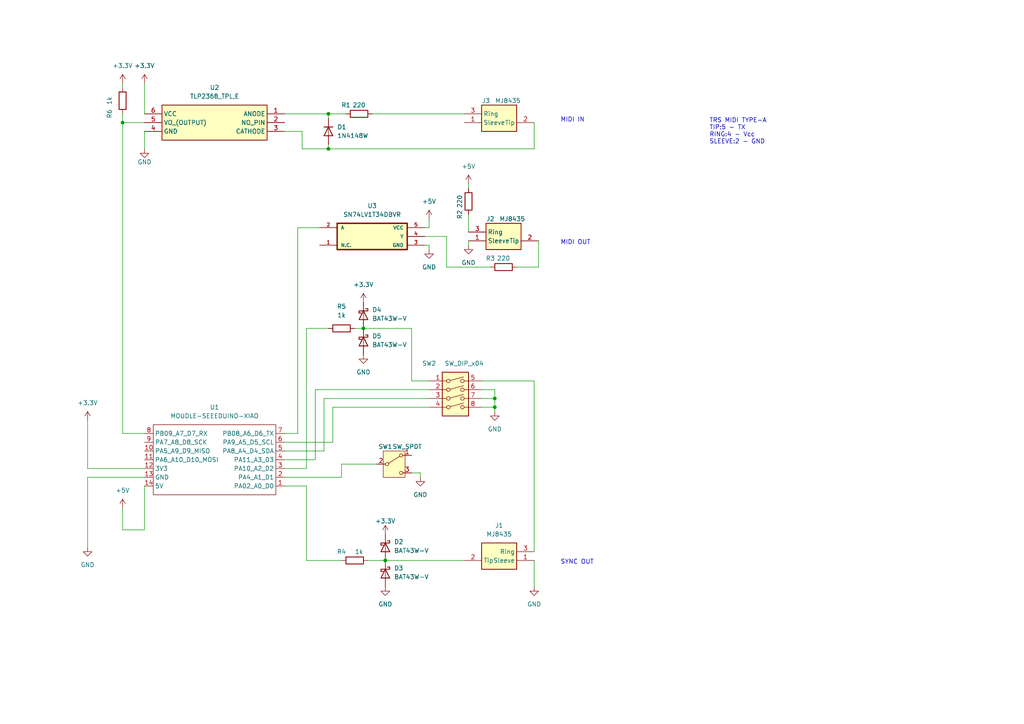
<source format=kicad_sch>
(kicad_sch (version 20230121) (generator eeschema)

  (uuid 7d05ba85-13f0-4278-b9a8-e1b3d5edec8b)

  (paper "A4")

  (title_block
    (title "USB MIDI to Sync Converter")
    (date "2024-09-19")
    (company "Yuuichi Akagawa")
  )

  (lib_symbols
    (symbol "00_MySymbolLibs:MJ8435" (in_bom yes) (on_board yes)
      (property "Reference" "J3" (at 6.35 -6.35 0)
        (effects (font (size 1.27 1.27)))
      )
      (property "Value" "MJ8435" (at 12.7 -6.35 0)
        (effects (font (size 1.27 1.27)))
      )
      (property "Footprint" "MJ8435" (at 16.51 -94.92 0)
        (effects (font (size 1.27 1.27)) (justify left top) hide)
      )
      (property "Datasheet" "http://akizukidenshi.com/download/ds/marushin/mj8435.pdf" (at 16.51 -194.92 0)
        (effects (font (size 1.27 1.27)) (justify left top) hide)
      )
      (property "Height" "6" (at 16.51 -394.92 0)
        (effects (font (size 1.27 1.27)) (justify left top) hide)
      )
      (property "Manufacturer_Name" "Marushin Electric" (at 16.51 -494.92 0)
        (effects (font (size 1.27 1.27)) (justify left top) hide)
      )
      (property "Manufacturer_Part_Number" "MJ8435" (at 16.51 -594.92 0)
        (effects (font (size 1.27 1.27)) (justify left top) hide)
      )
      (property "Mouser Part Number" "" (at 16.51 -694.92 0)
        (effects (font (size 1.27 1.27)) (justify left top) hide)
      )
      (property "Mouser Price/Stock" "" (at 16.51 -794.92 0)
        (effects (font (size 1.27 1.27)) (justify left top) hide)
      )
      (property "Arrow Part Number" "" (at 16.51 -894.92 0)
        (effects (font (size 1.27 1.27)) (justify left top) hide)
      )
      (property "Arrow Price/Stock" "" (at 16.51 -994.92 0)
        (effects (font (size 1.27 1.27)) (justify left top) hide)
      )
      (property "ki_description" "3.5mm Earphone Jack" (at 0 0 0)
        (effects (font (size 1.27 1.27)) hide)
      )
      (symbol "MJ8435_1_1"
        (rectangle (start 5.08 2.54) (end 15.24 -5.08)
          (stroke (width 0.254) (type default))
          (fill (type background))
        )
        (pin passive line (at 0 0 0) (length 5.08)
          (name "Sleeve" (effects (font (size 1.27 1.27))))
          (number "1" (effects (font (size 1.27 1.27))))
        )
        (pin passive line (at 20.32 0 180) (length 5.08)
          (name "Tip" (effects (font (size 1.27 1.27))))
          (number "2" (effects (font (size 1.27 1.27))))
        )
        (pin passive line (at 0 -2.54 0) (length 5.08)
          (name "Ring" (effects (font (size 1.27 1.27))))
          (number "3" (effects (font (size 1.27 1.27))))
        )
      )
    )
    (symbol "00_MySymbolLibs:MOUDLE-SEEEDUINO-XIAO" (in_bom yes) (on_board yes)
      (property "Reference" "U" (at -16.51 11.43 0)
        (effects (font (size 1.27 1.27)))
      )
      (property "Value" "MOUDLE-SEEEDUINO-XIAO" (at -3.81 -11.43 0)
        (effects (font (size 1.27 1.27)))
      )
      (property "Footprint" "" (at -16.51 2.54 0)
        (effects (font (size 1.27 1.27)) hide)
      )
      (property "Datasheet" "" (at -16.51 2.54 0)
        (effects (font (size 1.27 1.27)) hide)
      )
      (symbol "MOUDLE-SEEEDUINO-XIAO_0_1"
        (rectangle (start -16.51 10.16) (end 19.05 -10.16)
          (stroke (width 0) (type default))
          (fill (type none))
        )
      )
      (symbol "MOUDLE-SEEEDUINO-XIAO_1_1"
        (pin passive line (at -19.05 7.62 0) (length 2.54)
          (name "PA02_A0_D0" (effects (font (size 1.27 1.27))))
          (number "1" (effects (font (size 1.27 1.27))))
        )
        (pin passive line (at 21.59 -2.54 180) (length 2.54)
          (name "PA5_A9_D9_MISO" (effects (font (size 1.27 1.27))))
          (number "10" (effects (font (size 1.27 1.27))))
        )
        (pin passive line (at 21.59 0 180) (length 2.54)
          (name "PA6_A10_D10_MOSI" (effects (font (size 1.27 1.27))))
          (number "11" (effects (font (size 1.27 1.27))))
        )
        (pin passive line (at 21.59 2.54 180) (length 2.54)
          (name "3V3" (effects (font (size 1.27 1.27))))
          (number "12" (effects (font (size 1.27 1.27))))
        )
        (pin passive line (at 21.59 5.08 180) (length 2.54)
          (name "GND" (effects (font (size 1.27 1.27))))
          (number "13" (effects (font (size 1.27 1.27))))
        )
        (pin passive line (at 21.59 7.62 180) (length 2.54)
          (name "5V" (effects (font (size 1.27 1.27))))
          (number "14" (effects (font (size 1.27 1.27))))
        )
        (pin passive line (at -19.05 5.08 0) (length 2.54)
          (name "PA4_A1_D1" (effects (font (size 1.27 1.27))))
          (number "2" (effects (font (size 1.27 1.27))))
        )
        (pin passive line (at -19.05 2.54 0) (length 2.54)
          (name "PA10_A2_D2" (effects (font (size 1.27 1.27))))
          (number "3" (effects (font (size 1.27 1.27))))
        )
        (pin passive line (at -19.05 0 0) (length 2.54)
          (name "PA11_A3_D3" (effects (font (size 1.27 1.27))))
          (number "4" (effects (font (size 1.27 1.27))))
        )
        (pin passive line (at -19.05 -2.54 0) (length 2.54)
          (name "PA8_A4_D4_SDA" (effects (font (size 1.27 1.27))))
          (number "5" (effects (font (size 1.27 1.27))))
        )
        (pin passive line (at -19.05 -5.08 0) (length 2.54)
          (name "PA9_A5_D5_SCL" (effects (font (size 1.27 1.27))))
          (number "6" (effects (font (size 1.27 1.27))))
        )
        (pin passive line (at -19.05 -7.62 0) (length 2.54)
          (name "PB08_A6_D6_TX" (effects (font (size 1.27 1.27))))
          (number "7" (effects (font (size 1.27 1.27))))
        )
        (pin passive line (at 21.59 -7.62 180) (length 2.54)
          (name "PB09_A7_D7_RX" (effects (font (size 1.27 1.27))))
          (number "8" (effects (font (size 1.27 1.27))))
        )
        (pin passive line (at 21.59 -5.08 180) (length 2.54)
          (name "PA7_A8_D8_SCK" (effects (font (size 1.27 1.27))))
          (number "9" (effects (font (size 1.27 1.27))))
        )
      )
    )
    (symbol "00_MySymbolLibs:SN74LV1T34DBVRG4" (pin_names (offset 1.016)) (in_bom yes) (on_board yes)
      (property "Reference" "U2" (at -8.89 5.08 0)
        (effects (font (size 1.27 1.27)))
      )
      (property "Value" "SN74LV1T34DBVR" (at 1.27 5.08 0)
        (effects (font (size 1.27 1.27)))
      )
      (property "Footprint" "SOT95P280X145-5N" (at 0 0 0)
        (effects (font (size 1.27 1.27)) (justify bottom) hide)
      )
      (property "Datasheet" "" (at 0 0 0)
        (effects (font (size 1.27 1.27)) hide)
      )
      (symbol "SN74LV1T34DBVRG4_0_0"
        (rectangle (start -10.16 3.81) (end 10.16 -3.81)
          (stroke (width 0.41) (type default))
          (fill (type background))
        )
        (pin bidirectional line (at -15.24 -2.54 0) (length 5.08)
          (name "N.C." (effects (font (size 1.016 1.016))))
          (number "1" (effects (font (size 1.016 1.016))))
        )
        (pin input line (at -15.24 2.54 0) (length 5.08)
          (name "A" (effects (font (size 1.016 1.016))))
          (number "2" (effects (font (size 1.016 1.016))))
        )
        (pin power_in line (at 15.24 -2.54 180) (length 5.08)
          (name "GND" (effects (font (size 1.016 1.016))))
          (number "3" (effects (font (size 1.016 1.016))))
        )
        (pin output line (at 15.24 0 180) (length 5.08)
          (name "Y" (effects (font (size 1.016 1.016))))
          (number "4" (effects (font (size 1.016 1.016))))
        )
        (pin power_in line (at 15.24 2.54 180) (length 5.08)
          (name "VCC" (effects (font (size 1.016 1.016))))
          (number "5" (effects (font (size 1.016 1.016))))
        )
      )
    )
    (symbol "00_MySymbolLibs:TLP2368_TPL,E" (in_bom yes) (on_board yes)
      (property "Reference" "U2" (at 20.32 7.62 0)
        (effects (font (size 1.27 1.27)))
      )
      (property "Value" "TLP2368_TPL,E" (at 20.32 5.08 0)
        (effects (font (size 1.27 1.27)))
      )
      (property "Footprint" "SOIC127P700X230-6N" (at 36.83 -94.92 0)
        (effects (font (size 1.27 1.27)) (justify left top) hide)
      )
      (property "Datasheet" "https://toshiba.semicon-storage.com/info/docget.jsp?did=7705&prodName=TLP2368" (at 36.83 -194.92 0)
        (effects (font (size 1.27 1.27)) (justify left top) hide)
      )
      (property "Height" "2.3" (at 36.83 -394.92 0)
        (effects (font (size 1.27 1.27)) (justify left top) hide)
      )
      (property "Manufacturer_Name" "Toshiba" (at 36.83 -494.92 0)
        (effects (font (size 1.27 1.27)) (justify left top) hide)
      )
      (property "Manufacturer_Part_Number" "TLP2368(TPL,E" (at 36.83 -594.92 0)
        (effects (font (size 1.27 1.27)) (justify left top) hide)
      )
      (property "Mouser Part Number" "757-TLP2368TPLE" (at 36.83 -694.92 0)
        (effects (font (size 1.27 1.27)) (justify left top) hide)
      )
      (property "Mouser Price/Stock" "https://www.mouser.co.uk/ProductDetail/Toshiba/TLP2368TPLE?qs=rsevcuukUAx5H6%2FsXm1cWA%3D%3D" (at 36.83 -794.92 0)
        (effects (font (size 1.27 1.27)) (justify left top) hide)
      )
      (property "Arrow Part Number" "TLP2368(TPL,E" (at 36.83 -894.92 0)
        (effects (font (size 1.27 1.27)) (justify left top) hide)
      )
      (property "Arrow Price/Stock" "https://www.arrow.com/en/products/tlp2368-tple/toshiba" (at 36.83 -994.92 0)
        (effects (font (size 1.27 1.27)) (justify left top) hide)
      )
      (property "ki_description" "High Speed Optocouplers Photo-IC 2.7 to 5.5V 125degC 3750 Vrms" (at 0 0 0)
        (effects (font (size 1.27 1.27)) hide)
      )
      (symbol "TLP2368_TPL,E_1_1"
        (rectangle (start 5.08 2.54) (end 35.56 -7.62)
          (stroke (width 0.254) (type default))
          (fill (type background))
        )
        (pin passive line (at 0 0 0) (length 5.08)
          (name "ANODE" (effects (font (size 1.27 1.27))))
          (number "1" (effects (font (size 1.27 1.27))))
        )
        (pin passive line (at 0 -2.54 0) (length 5.08)
          (name "NO_PIN" (effects (font (size 1.27 1.27))))
          (number "2" (effects (font (size 1.27 1.27))))
        )
        (pin passive line (at 0 -5.08 0) (length 5.08)
          (name "CATHODE" (effects (font (size 1.27 1.27))))
          (number "3" (effects (font (size 1.27 1.27))))
        )
        (pin passive line (at 40.64 -5.08 180) (length 5.08)
          (name "GND" (effects (font (size 1.27 1.27))))
          (number "4" (effects (font (size 1.27 1.27))))
        )
        (pin passive line (at 40.64 -2.54 180) (length 5.08)
          (name "VO_(OUTPUT)" (effects (font (size 1.27 1.27))))
          (number "5" (effects (font (size 1.27 1.27))))
        )
        (pin passive line (at 40.64 0 180) (length 5.08)
          (name "VCC" (effects (font (size 1.27 1.27))))
          (number "6" (effects (font (size 1.27 1.27))))
        )
      )
    )
    (symbol "Device:R" (pin_numbers hide) (pin_names (offset 0)) (in_bom yes) (on_board yes)
      (property "Reference" "R" (at 2.032 0 90)
        (effects (font (size 1.27 1.27)))
      )
      (property "Value" "R" (at 0 0 90)
        (effects (font (size 1.27 1.27)))
      )
      (property "Footprint" "" (at -1.778 0 90)
        (effects (font (size 1.27 1.27)) hide)
      )
      (property "Datasheet" "~" (at 0 0 0)
        (effects (font (size 1.27 1.27)) hide)
      )
      (property "ki_keywords" "R res resistor" (at 0 0 0)
        (effects (font (size 1.27 1.27)) hide)
      )
      (property "ki_description" "Resistor" (at 0 0 0)
        (effects (font (size 1.27 1.27)) hide)
      )
      (property "ki_fp_filters" "R_*" (at 0 0 0)
        (effects (font (size 1.27 1.27)) hide)
      )
      (symbol "R_0_1"
        (rectangle (start -1.016 -2.54) (end 1.016 2.54)
          (stroke (width 0.254) (type default))
          (fill (type none))
        )
      )
      (symbol "R_1_1"
        (pin passive line (at 0 3.81 270) (length 1.27)
          (name "~" (effects (font (size 1.27 1.27))))
          (number "1" (effects (font (size 1.27 1.27))))
        )
        (pin passive line (at 0 -3.81 90) (length 1.27)
          (name "~" (effects (font (size 1.27 1.27))))
          (number "2" (effects (font (size 1.27 1.27))))
        )
      )
    )
    (symbol "Diode:1N4148W" (pin_numbers hide) (pin_names hide) (in_bom yes) (on_board yes)
      (property "Reference" "D" (at 0 2.54 0)
        (effects (font (size 1.27 1.27)))
      )
      (property "Value" "1N4148W" (at 0 -2.54 0)
        (effects (font (size 1.27 1.27)))
      )
      (property "Footprint" "Diode_SMD:D_SOD-123" (at 0 -4.445 0)
        (effects (font (size 1.27 1.27)) hide)
      )
      (property "Datasheet" "https://www.vishay.com/docs/85748/1n4148w.pdf" (at 0 0 0)
        (effects (font (size 1.27 1.27)) hide)
      )
      (property "Sim.Device" "D" (at 0 0 0)
        (effects (font (size 1.27 1.27)) hide)
      )
      (property "Sim.Pins" "1=K 2=A" (at 0 0 0)
        (effects (font (size 1.27 1.27)) hide)
      )
      (property "ki_keywords" "diode" (at 0 0 0)
        (effects (font (size 1.27 1.27)) hide)
      )
      (property "ki_description" "75V 0.15A Fast Switching Diode, SOD-123" (at 0 0 0)
        (effects (font (size 1.27 1.27)) hide)
      )
      (property "ki_fp_filters" "D*SOD?123*" (at 0 0 0)
        (effects (font (size 1.27 1.27)) hide)
      )
      (symbol "1N4148W_0_1"
        (polyline
          (pts
            (xy -1.27 1.27)
            (xy -1.27 -1.27)
          )
          (stroke (width 0.254) (type default))
          (fill (type none))
        )
        (polyline
          (pts
            (xy 1.27 0)
            (xy -1.27 0)
          )
          (stroke (width 0) (type default))
          (fill (type none))
        )
        (polyline
          (pts
            (xy 1.27 1.27)
            (xy 1.27 -1.27)
            (xy -1.27 0)
            (xy 1.27 1.27)
          )
          (stroke (width 0.254) (type default))
          (fill (type none))
        )
      )
      (symbol "1N4148W_1_1"
        (pin passive line (at -3.81 0 0) (length 2.54)
          (name "K" (effects (font (size 1.27 1.27))))
          (number "1" (effects (font (size 1.27 1.27))))
        )
        (pin passive line (at 3.81 0 180) (length 2.54)
          (name "A" (effects (font (size 1.27 1.27))))
          (number "2" (effects (font (size 1.27 1.27))))
        )
      )
    )
    (symbol "Diode:BAT43W-V" (pin_numbers hide) (pin_names (offset 1.016) hide) (in_bom yes) (on_board yes)
      (property "Reference" "D" (at 0 2.54 0)
        (effects (font (size 1.27 1.27)))
      )
      (property "Value" "BAT43W-V" (at 0 -2.54 0)
        (effects (font (size 1.27 1.27)))
      )
      (property "Footprint" "Diode_SMD:D_SOD-123" (at 0 -4.445 0)
        (effects (font (size 1.27 1.27)) hide)
      )
      (property "Datasheet" "http://www.vishay.com/docs/85660/bat42.pdf" (at 0 0 0)
        (effects (font (size 1.27 1.27)) hide)
      )
      (property "ki_keywords" "diode Schottky" (at 0 0 0)
        (effects (font (size 1.27 1.27)) hide)
      )
      (property "ki_description" "30V 0.2A Small Signal Schottky diode, SOD-123" (at 0 0 0)
        (effects (font (size 1.27 1.27)) hide)
      )
      (property "ki_fp_filters" "D*SOD?123*" (at 0 0 0)
        (effects (font (size 1.27 1.27)) hide)
      )
      (symbol "BAT43W-V_0_1"
        (polyline
          (pts
            (xy 1.27 0)
            (xy -1.27 0)
          )
          (stroke (width 0) (type default))
          (fill (type none))
        )
        (polyline
          (pts
            (xy 1.27 1.27)
            (xy 1.27 -1.27)
            (xy -1.27 0)
            (xy 1.27 1.27)
          )
          (stroke (width 0.254) (type default))
          (fill (type none))
        )
        (polyline
          (pts
            (xy -1.905 0.635)
            (xy -1.905 1.27)
            (xy -1.27 1.27)
            (xy -1.27 -1.27)
            (xy -0.635 -1.27)
            (xy -0.635 -0.635)
          )
          (stroke (width 0.254) (type default))
          (fill (type none))
        )
      )
      (symbol "BAT43W-V_1_1"
        (pin passive line (at -3.81 0 0) (length 2.54)
          (name "K" (effects (font (size 1.27 1.27))))
          (number "1" (effects (font (size 1.27 1.27))))
        )
        (pin passive line (at 3.81 0 180) (length 2.54)
          (name "A" (effects (font (size 1.27 1.27))))
          (number "2" (effects (font (size 1.27 1.27))))
        )
      )
    )
    (symbol "MJ8435_1" (in_bom yes) (on_board yes)
      (property "Reference" "J1" (at 10.16 -10.16 0)
        (effects (font (size 1.27 1.27)))
      )
      (property "Value" "MJ8435" (at 10.16 -7.62 0)
        (effects (font (size 1.27 1.27)))
      )
      (property "Footprint" "MJ8435" (at 16.51 -94.92 0)
        (effects (font (size 1.27 1.27)) (justify left top) hide)
      )
      (property "Datasheet" "http://akizukidenshi.com/download/ds/marushin/mj8435.pdf" (at 16.51 -194.92 0)
        (effects (font (size 1.27 1.27)) (justify left top) hide)
      )
      (property "Height" "6" (at 16.51 -394.92 0)
        (effects (font (size 1.27 1.27)) (justify left top) hide)
      )
      (property "Manufacturer_Name" "Marushin Electric" (at 16.51 -494.92 0)
        (effects (font (size 1.27 1.27)) (justify left top) hide)
      )
      (property "Manufacturer_Part_Number" "MJ8435" (at 16.51 -594.92 0)
        (effects (font (size 1.27 1.27)) (justify left top) hide)
      )
      (property "Mouser Part Number" "" (at 16.51 -694.92 0)
        (effects (font (size 1.27 1.27)) (justify left top) hide)
      )
      (property "Mouser Price/Stock" "" (at 16.51 -794.92 0)
        (effects (font (size 1.27 1.27)) (justify left top) hide)
      )
      (property "Arrow Part Number" "" (at 16.51 -894.92 0)
        (effects (font (size 1.27 1.27)) (justify left top) hide)
      )
      (property "Arrow Price/Stock" "" (at 16.51 -994.92 0)
        (effects (font (size 1.27 1.27)) (justify left top) hide)
      )
      (property "ki_description" "3.5mm Earphone Jack" (at 0 0 0)
        (effects (font (size 1.27 1.27)) hide)
      )
      (symbol "MJ8435_1_1_1"
        (rectangle (start 5.08 2.54) (end 15.24 -5.08)
          (stroke (width 0.254) (type default))
          (fill (type background))
        )
        (pin passive line (at 0 0 0) (length 5.08)
          (name "Sleeve" (effects (font (size 1.27 1.27))))
          (number "1" (effects (font (size 1.27 1.27))))
        )
        (pin passive line (at 20.32 0 180) (length 5.08)
          (name "Tip" (effects (font (size 1.27 1.27))))
          (number "2" (effects (font (size 1.27 1.27))))
        )
        (pin passive line (at 0 -2.54 0) (length 5.08)
          (name "Ring" (effects (font (size 1.27 1.27))))
          (number "3" (effects (font (size 1.27 1.27))))
        )
      )
    )
    (symbol "MJ8435_2" (in_bom yes) (on_board yes)
      (property "Reference" "J2" (at 6.35 -6.35 0)
        (effects (font (size 1.27 1.27)))
      )
      (property "Value" "MJ8435" (at 12.7 -6.35 0)
        (effects (font (size 1.27 1.27)))
      )
      (property "Footprint" "MJ8435" (at 16.51 -94.92 0)
        (effects (font (size 1.27 1.27)) (justify left top) hide)
      )
      (property "Datasheet" "http://akizukidenshi.com/download/ds/marushin/mj8435.pdf" (at 16.51 -194.92 0)
        (effects (font (size 1.27 1.27)) (justify left top) hide)
      )
      (property "Height" "6" (at 16.51 -394.92 0)
        (effects (font (size 1.27 1.27)) (justify left top) hide)
      )
      (property "Manufacturer_Name" "Marushin Electric" (at 16.51 -494.92 0)
        (effects (font (size 1.27 1.27)) (justify left top) hide)
      )
      (property "Manufacturer_Part_Number" "MJ8435" (at 16.51 -594.92 0)
        (effects (font (size 1.27 1.27)) (justify left top) hide)
      )
      (property "Mouser Part Number" "" (at 16.51 -694.92 0)
        (effects (font (size 1.27 1.27)) (justify left top) hide)
      )
      (property "Mouser Price/Stock" "" (at 16.51 -794.92 0)
        (effects (font (size 1.27 1.27)) (justify left top) hide)
      )
      (property "Arrow Part Number" "" (at 16.51 -894.92 0)
        (effects (font (size 1.27 1.27)) (justify left top) hide)
      )
      (property "Arrow Price/Stock" "" (at 16.51 -994.92 0)
        (effects (font (size 1.27 1.27)) (justify left top) hide)
      )
      (property "ki_description" "3.5mm Earphone Jack" (at 0 0 0)
        (effects (font (size 1.27 1.27)) hide)
      )
      (symbol "MJ8435_2_1_1"
        (rectangle (start 5.08 2.54) (end 15.24 -5.08)
          (stroke (width 0.254) (type default))
          (fill (type background))
        )
        (pin passive line (at 0 0 0) (length 5.08)
          (name "Sleeve" (effects (font (size 1.27 1.27))))
          (number "1" (effects (font (size 1.27 1.27))))
        )
        (pin passive line (at 20.32 0 180) (length 5.08)
          (name "Tip" (effects (font (size 1.27 1.27))))
          (number "2" (effects (font (size 1.27 1.27))))
        )
        (pin passive line (at 0 -2.54 0) (length 5.08)
          (name "Ring" (effects (font (size 1.27 1.27))))
          (number "3" (effects (font (size 1.27 1.27))))
        )
      )
    )
    (symbol "Switch:SW_DIP_x04" (pin_names (offset 0) hide) (in_bom yes) (on_board yes)
      (property "Reference" "SW2" (at -7.62 10.16 0)
        (effects (font (size 1.27 1.27)))
      )
      (property "Value" "SW_DIP_x04" (at 2.54 10.16 0)
        (effects (font (size 1.27 1.27)))
      )
      (property "Footprint" "00_MyFootprintLibs:KHS42E" (at 0 -6.35 0)
        (effects (font (size 1.27 1.27)) hide)
      )
      (property "Datasheet" "~" (at 0 0 0)
        (effects (font (size 1.27 1.27)) hide)
      )
      (property "ki_keywords" "dip switch" (at 0 0 0)
        (effects (font (size 1.27 1.27)) hide)
      )
      (property "ki_description" "4x DIP Switch, Single Pole Single Throw (SPST) switch, small symbol" (at 0 0 0)
        (effects (font (size 1.27 1.27)) hide)
      )
      (property "ki_fp_filters" "SW?DIP?x4*" (at 0 0 0)
        (effects (font (size 1.27 1.27)) hide)
      )
      (symbol "SW_DIP_x04_0_0"
        (circle (center -2.032 -2.54) (radius 0.508)
          (stroke (width 0) (type default))
          (fill (type none))
        )
        (circle (center -2.032 0) (radius 0.508)
          (stroke (width 0) (type default))
          (fill (type none))
        )
        (circle (center -2.032 2.54) (radius 0.508)
          (stroke (width 0) (type default))
          (fill (type none))
        )
        (circle (center -2.032 5.08) (radius 0.508)
          (stroke (width 0) (type default))
          (fill (type none))
        )
        (polyline
          (pts
            (xy -1.524 -2.3876)
            (xy 2.3622 -1.3462)
          )
          (stroke (width 0) (type default))
          (fill (type none))
        )
        (polyline
          (pts
            (xy -1.524 0.127)
            (xy 2.3622 1.1684)
          )
          (stroke (width 0) (type default))
          (fill (type none))
        )
        (polyline
          (pts
            (xy -1.524 2.667)
            (xy 2.3622 3.7084)
          )
          (stroke (width 0) (type default))
          (fill (type none))
        )
        (polyline
          (pts
            (xy -1.524 5.207)
            (xy 2.3622 6.2484)
          )
          (stroke (width 0) (type default))
          (fill (type none))
        )
        (circle (center 2.032 -2.54) (radius 0.508)
          (stroke (width 0) (type default))
          (fill (type none))
        )
        (circle (center 2.032 0) (radius 0.508)
          (stroke (width 0) (type default))
          (fill (type none))
        )
        (circle (center 2.032 2.54) (radius 0.508)
          (stroke (width 0) (type default))
          (fill (type none))
        )
        (circle (center 2.032 5.08) (radius 0.508)
          (stroke (width 0) (type default))
          (fill (type none))
        )
      )
      (symbol "SW_DIP_x04_0_1"
        (rectangle (start -3.81 7.62) (end 3.81 -5.08)
          (stroke (width 0.254) (type default))
          (fill (type background))
        )
      )
      (symbol "SW_DIP_x04_1_1"
        (pin passive line (at -7.62 5.08 0) (length 5.08)
          (name "~" (effects (font (size 1.27 1.27))))
          (number "1" (effects (font (size 1.27 1.27))))
        )
        (pin passive line (at -7.62 2.54 0) (length 5.08)
          (name "~" (effects (font (size 1.27 1.27))))
          (number "2" (effects (font (size 1.27 1.27))))
        )
        (pin passive line (at -7.62 0 0) (length 5.08)
          (name "~" (effects (font (size 1.27 1.27))))
          (number "3" (effects (font (size 1.27 1.27))))
        )
        (pin passive line (at -7.62 -2.54 0) (length 5.08)
          (name "~" (effects (font (size 1.27 1.27))))
          (number "4" (effects (font (size 1.27 1.27))))
        )
        (pin passive line (at 7.62 5.08 180) (length 5.08)
          (name "~" (effects (font (size 1.27 1.27))))
          (number "5" (effects (font (size 1.27 1.27))))
        )
        (pin passive line (at 7.62 2.54 180) (length 5.08)
          (name "~" (effects (font (size 1.27 1.27))))
          (number "6" (effects (font (size 1.27 1.27))))
        )
        (pin passive line (at 7.62 0 180) (length 5.08)
          (name "~" (effects (font (size 1.27 1.27))))
          (number "7" (effects (font (size 1.27 1.27))))
        )
        (pin passive line (at 7.62 -2.54 180) (length 5.08)
          (name "~" (effects (font (size 1.27 1.27))))
          (number "8" (effects (font (size 1.27 1.27))))
        )
      )
    )
    (symbol "Switch:SW_SPDT" (pin_names (offset 0) hide) (in_bom yes) (on_board yes)
      (property "Reference" "SW" (at 0 5.08 0)
        (effects (font (size 1.27 1.27)))
      )
      (property "Value" "SW_SPDT" (at 0 -5.08 0)
        (effects (font (size 1.27 1.27)))
      )
      (property "Footprint" "" (at 0 0 0)
        (effects (font (size 1.27 1.27)) hide)
      )
      (property "Datasheet" "~" (at 0 -7.62 0)
        (effects (font (size 1.27 1.27)) hide)
      )
      (property "ki_keywords" "switch single-pole double-throw spdt ON-ON" (at 0 0 0)
        (effects (font (size 1.27 1.27)) hide)
      )
      (property "ki_description" "Switch, single pole double throw" (at 0 0 0)
        (effects (font (size 1.27 1.27)) hide)
      )
      (symbol "SW_SPDT_0_1"
        (circle (center -2.032 0) (radius 0.4572)
          (stroke (width 0) (type default))
          (fill (type none))
        )
        (polyline
          (pts
            (xy -1.651 0.254)
            (xy 1.651 2.286)
          )
          (stroke (width 0) (type default))
          (fill (type none))
        )
        (circle (center 2.032 -2.54) (radius 0.4572)
          (stroke (width 0) (type default))
          (fill (type none))
        )
        (circle (center 2.032 2.54) (radius 0.4572)
          (stroke (width 0) (type default))
          (fill (type none))
        )
      )
      (symbol "SW_SPDT_1_1"
        (rectangle (start -3.175 3.81) (end 3.175 -3.81)
          (stroke (width 0) (type default))
          (fill (type background))
        )
        (pin passive line (at 5.08 2.54 180) (length 2.54)
          (name "A" (effects (font (size 1.27 1.27))))
          (number "1" (effects (font (size 1.27 1.27))))
        )
        (pin passive line (at -5.08 0 0) (length 2.54)
          (name "B" (effects (font (size 1.27 1.27))))
          (number "2" (effects (font (size 1.27 1.27))))
        )
        (pin passive line (at 5.08 -2.54 180) (length 2.54)
          (name "C" (effects (font (size 1.27 1.27))))
          (number "3" (effects (font (size 1.27 1.27))))
        )
      )
    )
    (symbol "power:+3.3V" (power) (pin_names (offset 0)) (in_bom yes) (on_board yes)
      (property "Reference" "#PWR" (at 0 -3.81 0)
        (effects (font (size 1.27 1.27)) hide)
      )
      (property "Value" "+3.3V" (at 0 3.556 0)
        (effects (font (size 1.27 1.27)))
      )
      (property "Footprint" "" (at 0 0 0)
        (effects (font (size 1.27 1.27)) hide)
      )
      (property "Datasheet" "" (at 0 0 0)
        (effects (font (size 1.27 1.27)) hide)
      )
      (property "ki_keywords" "global power" (at 0 0 0)
        (effects (font (size 1.27 1.27)) hide)
      )
      (property "ki_description" "Power symbol creates a global label with name \"+3.3V\"" (at 0 0 0)
        (effects (font (size 1.27 1.27)) hide)
      )
      (symbol "+3.3V_0_1"
        (polyline
          (pts
            (xy -0.762 1.27)
            (xy 0 2.54)
          )
          (stroke (width 0) (type default))
          (fill (type none))
        )
        (polyline
          (pts
            (xy 0 0)
            (xy 0 2.54)
          )
          (stroke (width 0) (type default))
          (fill (type none))
        )
        (polyline
          (pts
            (xy 0 2.54)
            (xy 0.762 1.27)
          )
          (stroke (width 0) (type default))
          (fill (type none))
        )
      )
      (symbol "+3.3V_1_1"
        (pin power_in line (at 0 0 90) (length 0) hide
          (name "+3.3V" (effects (font (size 1.27 1.27))))
          (number "1" (effects (font (size 1.27 1.27))))
        )
      )
    )
    (symbol "power:+5V" (power) (pin_names (offset 0)) (in_bom yes) (on_board yes)
      (property "Reference" "#PWR" (at 0 -3.81 0)
        (effects (font (size 1.27 1.27)) hide)
      )
      (property "Value" "+5V" (at 0 3.556 0)
        (effects (font (size 1.27 1.27)))
      )
      (property "Footprint" "" (at 0 0 0)
        (effects (font (size 1.27 1.27)) hide)
      )
      (property "Datasheet" "" (at 0 0 0)
        (effects (font (size 1.27 1.27)) hide)
      )
      (property "ki_keywords" "global power" (at 0 0 0)
        (effects (font (size 1.27 1.27)) hide)
      )
      (property "ki_description" "Power symbol creates a global label with name \"+5V\"" (at 0 0 0)
        (effects (font (size 1.27 1.27)) hide)
      )
      (symbol "+5V_0_1"
        (polyline
          (pts
            (xy -0.762 1.27)
            (xy 0 2.54)
          )
          (stroke (width 0) (type default))
          (fill (type none))
        )
        (polyline
          (pts
            (xy 0 0)
            (xy 0 2.54)
          )
          (stroke (width 0) (type default))
          (fill (type none))
        )
        (polyline
          (pts
            (xy 0 2.54)
            (xy 0.762 1.27)
          )
          (stroke (width 0) (type default))
          (fill (type none))
        )
      )
      (symbol "+5V_1_1"
        (pin power_in line (at 0 0 90) (length 0) hide
          (name "+5V" (effects (font (size 1.27 1.27))))
          (number "1" (effects (font (size 1.27 1.27))))
        )
      )
    )
    (symbol "power:GND" (power) (pin_names (offset 0)) (in_bom yes) (on_board yes)
      (property "Reference" "#PWR" (at 0 -6.35 0)
        (effects (font (size 1.27 1.27)) hide)
      )
      (property "Value" "GND" (at 0 -3.81 0)
        (effects (font (size 1.27 1.27)))
      )
      (property "Footprint" "" (at 0 0 0)
        (effects (font (size 1.27 1.27)) hide)
      )
      (property "Datasheet" "" (at 0 0 0)
        (effects (font (size 1.27 1.27)) hide)
      )
      (property "ki_keywords" "global power" (at 0 0 0)
        (effects (font (size 1.27 1.27)) hide)
      )
      (property "ki_description" "Power symbol creates a global label with name \"GND\" , ground" (at 0 0 0)
        (effects (font (size 1.27 1.27)) hide)
      )
      (symbol "GND_0_1"
        (polyline
          (pts
            (xy 0 0)
            (xy 0 -1.27)
            (xy 1.27 -1.27)
            (xy 0 -2.54)
            (xy -1.27 -1.27)
            (xy 0 -1.27)
          )
          (stroke (width 0) (type default))
          (fill (type none))
        )
      )
      (symbol "GND_1_1"
        (pin power_in line (at 0 0 270) (length 0) hide
          (name "GND" (effects (font (size 1.27 1.27))))
          (number "1" (effects (font (size 1.27 1.27))))
        )
      )
    )
  )

  (junction (at 143.51 115.57) (diameter 0) (color 0 0 0 0)
    (uuid 20d63614-1641-4939-8259-3e7ea29e5aff)
  )
  (junction (at 95.25 33.02) (diameter 0) (color 0 0 0 0)
    (uuid 5360640e-ef70-463d-9161-acbdb3bcf281)
  )
  (junction (at 35.56 35.56) (diameter 0) (color 0 0 0 0)
    (uuid b8b85a6d-54ca-4b1d-b235-41fee429c4a2)
  )
  (junction (at 111.76 162.56) (diameter 0) (color 0 0 0 0)
    (uuid cee92f77-d338-4930-a827-fcfd88def850)
  )
  (junction (at 95.25 43.18) (diameter 0) (color 0 0 0 0)
    (uuid e625da8b-cf13-433c-965a-245a8969b0cc)
  )
  (junction (at 105.41 95.25) (diameter 0) (color 0 0 0 0)
    (uuid e8a25632-9758-46b3-a9c3-2576ec6252eb)
  )
  (junction (at 143.51 118.11) (diameter 0) (color 0 0 0 0)
    (uuid f8e3b096-a1fb-4a55-9e94-c86e2452ef47)
  )

  (wire (pts (xy 35.56 125.73) (xy 35.56 35.56))
    (stroke (width 0) (type default))
    (uuid 061ce12d-d1da-42b6-a0bf-beceabfce012)
  )
  (wire (pts (xy 154.94 110.49) (xy 154.94 160.02))
    (stroke (width 0) (type default))
    (uuid 0e6ddfd7-ddaa-47a4-a78d-5b25f70bf11c)
  )
  (wire (pts (xy 93.98 130.81) (xy 93.98 115.57))
    (stroke (width 0) (type default))
    (uuid 0f5b671d-d3fc-4a21-a51b-31cf7295b182)
  )
  (wire (pts (xy 41.91 153.67) (xy 35.56 153.67))
    (stroke (width 0) (type default))
    (uuid 1104b72e-d197-4def-88b0-7cd0c3f77c5b)
  )
  (wire (pts (xy 82.55 135.89) (xy 88.9 135.89))
    (stroke (width 0) (type default))
    (uuid 132979a9-42b0-4246-9139-b3ec90f76e3b)
  )
  (wire (pts (xy 82.55 38.1) (xy 87.63 38.1))
    (stroke (width 0) (type default))
    (uuid 15eb6975-ef41-42a7-a8bc-71515b301c65)
  )
  (wire (pts (xy 88.9 162.56) (xy 88.9 140.97))
    (stroke (width 0) (type default))
    (uuid 1752ff7d-f0ae-4de4-bcfb-c768baeaac00)
  )
  (wire (pts (xy 35.56 24.13) (xy 35.56 25.4))
    (stroke (width 0) (type default))
    (uuid 18aa16f6-b59b-451c-9736-99db230efe9f)
  )
  (wire (pts (xy 111.76 162.56) (xy 134.62 162.56))
    (stroke (width 0) (type default))
    (uuid 1b311104-dbcd-4875-8cdb-2b7f3d7dbb68)
  )
  (wire (pts (xy 135.89 62.23) (xy 135.89 67.31))
    (stroke (width 0) (type default))
    (uuid 1bb76f54-f5e3-4952-bdc8-26a1fe7a20e1)
  )
  (wire (pts (xy 135.89 69.85) (xy 135.89 71.12))
    (stroke (width 0) (type default))
    (uuid 1da5fbd3-43ef-44e1-996f-811b1a463f4e)
  )
  (wire (pts (xy 139.7 113.03) (xy 143.51 113.03))
    (stroke (width 0) (type default))
    (uuid 2090732a-ba9f-4b8a-b5f7-4dbb48d7b4dd)
  )
  (wire (pts (xy 143.51 115.57) (xy 143.51 118.11))
    (stroke (width 0) (type default))
    (uuid 2679efeb-2500-405e-9d9c-e2867b70843f)
  )
  (wire (pts (xy 95.25 33.02) (xy 100.33 33.02))
    (stroke (width 0) (type default))
    (uuid 303daa39-250e-44e4-9f11-273f504ed0af)
  )
  (wire (pts (xy 82.55 138.43) (xy 99.06 138.43))
    (stroke (width 0) (type default))
    (uuid 34d2a38b-5336-4bc1-b814-eea593056a5a)
  )
  (wire (pts (xy 91.44 133.35) (xy 91.44 113.03))
    (stroke (width 0) (type default))
    (uuid 3a13e49e-fff6-44e3-904e-756ad416d0da)
  )
  (wire (pts (xy 99.06 162.56) (xy 88.9 162.56))
    (stroke (width 0) (type default))
    (uuid 3a56b321-4023-4651-a599-3cecfd8fa4e4)
  )
  (wire (pts (xy 82.55 130.81) (xy 93.98 130.81))
    (stroke (width 0) (type default))
    (uuid 3f840ec6-d12a-4e17-99fb-f7d72115d31a)
  )
  (wire (pts (xy 119.38 95.25) (xy 119.38 110.49))
    (stroke (width 0) (type default))
    (uuid 439c2ab7-d766-43b5-a1d3-a75fbe475b4d)
  )
  (wire (pts (xy 139.7 110.49) (xy 154.94 110.49))
    (stroke (width 0) (type default))
    (uuid 460d8a9b-e25f-45a7-ac79-734cd91d6ec1)
  )
  (wire (pts (xy 124.46 66.04) (xy 124.46 63.5))
    (stroke (width 0) (type default))
    (uuid 482688a1-5cd1-4268-910c-224ffaaf0f54)
  )
  (wire (pts (xy 82.55 33.02) (xy 95.25 33.02))
    (stroke (width 0) (type default))
    (uuid 48fa3046-d2e3-4fbd-bd66-29c6a359915e)
  )
  (wire (pts (xy 41.91 138.43) (xy 25.4 138.43))
    (stroke (width 0) (type default))
    (uuid 4917781b-03a7-4ffe-b2ff-8084b9578819)
  )
  (wire (pts (xy 88.9 140.97) (xy 82.55 140.97))
    (stroke (width 0) (type default))
    (uuid 4a89b8b3-f5e5-4a16-95a2-2f8ba864c202)
  )
  (wire (pts (xy 139.7 115.57) (xy 143.51 115.57))
    (stroke (width 0) (type default))
    (uuid 4e245591-6638-4afa-b3c2-3de82ecaf687)
  )
  (wire (pts (xy 106.68 162.56) (xy 111.76 162.56))
    (stroke (width 0) (type default))
    (uuid 5b34ef55-f468-49d1-9b32-4d965c3560e9)
  )
  (wire (pts (xy 35.56 35.56) (xy 41.91 35.56))
    (stroke (width 0) (type default))
    (uuid 5dc98aaf-e6c1-4e0a-9ba0-22d1776fa4b3)
  )
  (wire (pts (xy 82.55 133.35) (xy 91.44 133.35))
    (stroke (width 0) (type default))
    (uuid 5e3c8c23-f311-4f9a-a289-f8cf7bf4c87b)
  )
  (wire (pts (xy 93.98 115.57) (xy 124.46 115.57))
    (stroke (width 0) (type default))
    (uuid 5ee5f4c6-0087-43a5-b988-fdf71b2e72d4)
  )
  (wire (pts (xy 105.41 95.25) (xy 119.38 95.25))
    (stroke (width 0) (type default))
    (uuid 5fce9823-4429-4f8c-b0fd-3ff9004953a5)
  )
  (wire (pts (xy 129.54 77.47) (xy 142.24 77.47))
    (stroke (width 0) (type default))
    (uuid 62e516d7-fff8-4d23-bdca-af518e43a46b)
  )
  (wire (pts (xy 143.51 113.03) (xy 143.51 115.57))
    (stroke (width 0) (type default))
    (uuid 696f9ed8-23ef-46ec-828d-b945b2308ce1)
  )
  (wire (pts (xy 87.63 43.18) (xy 95.25 43.18))
    (stroke (width 0) (type default))
    (uuid 6d1616d4-ef6c-4fa5-8b38-bd1cf828d8bd)
  )
  (wire (pts (xy 139.7 118.11) (xy 143.51 118.11))
    (stroke (width 0) (type default))
    (uuid 75888447-8ee3-4d8d-9f34-9a2906cb2e3e)
  )
  (wire (pts (xy 129.54 68.58) (xy 129.54 77.47))
    (stroke (width 0) (type default))
    (uuid 7c4f7fe3-dfd0-4657-ac9e-22424e75fca9)
  )
  (wire (pts (xy 88.9 95.25) (xy 95.25 95.25))
    (stroke (width 0) (type default))
    (uuid 86ef13e6-860b-4300-ba68-d9d844bc9fd0)
  )
  (wire (pts (xy 102.87 95.25) (xy 105.41 95.25))
    (stroke (width 0) (type default))
    (uuid 8d3eb37a-e2a6-45e4-af10-429580bc1085)
  )
  (wire (pts (xy 123.19 71.12) (xy 124.46 71.12))
    (stroke (width 0) (type default))
    (uuid 936da822-1a63-4136-9f58-5936fdcfe6e2)
  )
  (wire (pts (xy 25.4 135.89) (xy 25.4 121.92))
    (stroke (width 0) (type default))
    (uuid 95f31c36-4bb0-41f6-9470-1ff9d22704bf)
  )
  (wire (pts (xy 119.38 137.16) (xy 121.92 137.16))
    (stroke (width 0) (type default))
    (uuid a27bed9d-58af-4090-bd90-cf0db7fb2566)
  )
  (wire (pts (xy 121.92 137.16) (xy 121.92 138.43))
    (stroke (width 0) (type default))
    (uuid a74c6412-ded6-47e9-bc13-3ed67b263695)
  )
  (wire (pts (xy 99.06 138.43) (xy 99.06 134.62))
    (stroke (width 0) (type default))
    (uuid a917cd76-3695-40a9-b4f1-2ab2e18be91e)
  )
  (wire (pts (xy 87.63 38.1) (xy 87.63 43.18))
    (stroke (width 0) (type default))
    (uuid aa4e91cd-d9f5-497e-ae14-fc5640bdd18f)
  )
  (wire (pts (xy 41.91 24.13) (xy 41.91 33.02))
    (stroke (width 0) (type default))
    (uuid ab57da9f-8a80-42cc-b1ea-6344233d8cfe)
  )
  (wire (pts (xy 88.9 95.25) (xy 88.9 135.89))
    (stroke (width 0) (type default))
    (uuid accdf57d-49fe-4c9f-a815-18ff57375885)
  )
  (wire (pts (xy 119.38 110.49) (xy 124.46 110.49))
    (stroke (width 0) (type default))
    (uuid aed68258-947a-4960-8a70-414c3ec2d3b3)
  )
  (wire (pts (xy 156.21 69.85) (xy 156.21 77.47))
    (stroke (width 0) (type default))
    (uuid af3ef140-38c5-4815-9458-10d1df72c2b7)
  )
  (wire (pts (xy 35.56 33.02) (xy 35.56 35.56))
    (stroke (width 0) (type default))
    (uuid b1234eb1-e8f6-4959-af53-b1ca48ed970a)
  )
  (wire (pts (xy 95.25 43.18) (xy 95.25 41.91))
    (stroke (width 0) (type default))
    (uuid b224b7e4-6d45-4a30-84b4-b2cd4a2cfe36)
  )
  (wire (pts (xy 124.46 71.12) (xy 124.46 72.39))
    (stroke (width 0) (type default))
    (uuid b9fc8b18-1e65-41bf-adcd-0532269d1e11)
  )
  (wire (pts (xy 82.55 128.27) (xy 96.52 128.27))
    (stroke (width 0) (type default))
    (uuid c5d7d034-90a3-495e-a335-de5ef5a54351)
  )
  (wire (pts (xy 123.19 66.04) (xy 124.46 66.04))
    (stroke (width 0) (type default))
    (uuid ca409fc9-6439-4ee5-9186-d91d49e391c6)
  )
  (wire (pts (xy 149.86 77.47) (xy 156.21 77.47))
    (stroke (width 0) (type default))
    (uuid cd7a4fb5-bb26-4ec8-ab33-9b102c1e4df9)
  )
  (wire (pts (xy 96.52 118.11) (xy 124.46 118.11))
    (stroke (width 0) (type default))
    (uuid cedbb169-ae2d-48eb-afab-f28f0431369c)
  )
  (wire (pts (xy 41.91 38.1) (xy 41.91 43.18))
    (stroke (width 0) (type default))
    (uuid d171ed55-3db0-40eb-9f7e-2d6ac603dc43)
  )
  (wire (pts (xy 123.19 68.58) (xy 129.54 68.58))
    (stroke (width 0) (type default))
    (uuid d4b9c75b-3096-484f-95ff-8d87bc45c689)
  )
  (wire (pts (xy 135.89 53.34) (xy 135.89 54.61))
    (stroke (width 0) (type default))
    (uuid db84c046-dba4-46b1-a54f-26b194a5bc4b)
  )
  (wire (pts (xy 96.52 128.27) (xy 96.52 118.11))
    (stroke (width 0) (type default))
    (uuid dd773677-60e5-42ad-b27f-3367a2c7ae40)
  )
  (wire (pts (xy 35.56 153.67) (xy 35.56 147.32))
    (stroke (width 0) (type default))
    (uuid ddc8dbcf-9b9a-43af-a2fd-777c28de19b7)
  )
  (wire (pts (xy 95.25 43.18) (xy 154.94 43.18))
    (stroke (width 0) (type default))
    (uuid dfead40c-e842-4a53-bf91-afa837516c9d)
  )
  (wire (pts (xy 86.36 125.73) (xy 82.55 125.73))
    (stroke (width 0) (type default))
    (uuid e3de70a7-761f-4d26-b338-1b49cea3ca2e)
  )
  (wire (pts (xy 99.06 134.62) (xy 109.22 134.62))
    (stroke (width 0) (type default))
    (uuid e523cf66-55c2-49e5-8d16-ed7c56f32e0d)
  )
  (wire (pts (xy 95.25 34.29) (xy 95.25 33.02))
    (stroke (width 0) (type default))
    (uuid e5777eca-e856-4b33-a1bc-ded5cda2ddd6)
  )
  (wire (pts (xy 41.91 140.97) (xy 41.91 153.67))
    (stroke (width 0) (type default))
    (uuid e75de45f-b5ca-4e18-9108-9febffefa2fa)
  )
  (wire (pts (xy 154.94 35.56) (xy 154.94 43.18))
    (stroke (width 0) (type default))
    (uuid e8ef2e9c-67c0-4a54-9ac0-c64d77a04414)
  )
  (wire (pts (xy 107.95 33.02) (xy 134.62 33.02))
    (stroke (width 0) (type default))
    (uuid e974b461-1481-4af0-9b37-e7a0f1882f43)
  )
  (wire (pts (xy 154.94 162.56) (xy 154.94 170.18))
    (stroke (width 0) (type default))
    (uuid ea2375a8-8cb8-44dd-a659-004aea3d77a5)
  )
  (wire (pts (xy 41.91 135.89) (xy 25.4 135.89))
    (stroke (width 0) (type default))
    (uuid ee5731d0-cfdf-4504-bc6a-77fc30fc65c3)
  )
  (wire (pts (xy 143.51 118.11) (xy 143.51 119.38))
    (stroke (width 0) (type default))
    (uuid ef471ebd-58a4-4c91-b1f0-26ef299f05e7)
  )
  (wire (pts (xy 91.44 113.03) (xy 124.46 113.03))
    (stroke (width 0) (type default))
    (uuid f123b94d-71ed-41e6-8265-b83b928a9ff7)
  )
  (wire (pts (xy 86.36 66.04) (xy 92.71 66.04))
    (stroke (width 0) (type default))
    (uuid f2a1b365-bc4f-40c1-8e4b-21c620a75f6d)
  )
  (wire (pts (xy 86.36 66.04) (xy 86.36 125.73))
    (stroke (width 0) (type default))
    (uuid f79b4c76-e5a9-4a69-a581-bb6bfb777eb3)
  )
  (wire (pts (xy 25.4 138.43) (xy 25.4 158.75))
    (stroke (width 0) (type default))
    (uuid fb6457a4-b358-4bbc-9e26-eb8f3f13c556)
  )
  (wire (pts (xy 35.56 125.73) (xy 41.91 125.73))
    (stroke (width 0) (type default))
    (uuid fb6847dd-7eb9-4b1e-a371-dcdef38fed17)
  )

  (text "MIDI IN" (at 162.56 35.56 0)
    (effects (font (size 1.27 1.27)) (justify left bottom))
    (uuid 783c16c0-93a3-4b9f-bf6f-ff6a2df2d391)
  )
  (text "TRS MIDI TYPE-A\nTIP:5 - TX\nRING:4 - Vcc\nSLEEVE:2 - GND\n"
    (at 205.74 41.91 0)
    (effects (font (size 1.27 1.27)) (justify left bottom))
    (uuid 7df19a0a-064a-440f-9d38-b86dfce7d3a6)
  )
  (text "SYNC OUT" (at 162.56 163.83 0)
    (effects (font (size 1.27 1.27)) (justify left bottom))
    (uuid b95d58ff-1bd6-4d99-9565-d102ebe848a8)
  )
  (text "MIDI OUT" (at 162.56 71.12 0)
    (effects (font (size 1.27 1.27)) (justify left bottom))
    (uuid ca8a91ff-3fce-49b9-b686-79d6adc87f85)
  )

  (symbol (lib_id "power:+5V") (at 124.46 63.5 0) (unit 1)
    (in_bom yes) (on_board yes) (dnp no) (fields_autoplaced)
    (uuid 03e5eff9-bf4b-4a87-9adb-b744451e0b8e)
    (property "Reference" "#PWR012" (at 124.46 67.31 0)
      (effects (font (size 1.27 1.27)) hide)
    )
    (property "Value" "+5V" (at 124.46 58.42 0)
      (effects (font (size 1.27 1.27)))
    )
    (property "Footprint" "" (at 124.46 63.5 0)
      (effects (font (size 1.27 1.27)) hide)
    )
    (property "Datasheet" "" (at 124.46 63.5 0)
      (effects (font (size 1.27 1.27)) hide)
    )
    (pin "1" (uuid 8c4de073-b8aa-4c96-84ce-5185b112b63e))
    (instances
      (project "USBMIDItoSYNC_Converter"
        (path "/7d05ba85-13f0-4278-b9a8-e1b3d5edec8b"
          (reference "#PWR012") (unit 1)
        )
      )
    )
  )

  (symbol (lib_id "power:GND") (at 25.4 158.75 0) (unit 1)
    (in_bom yes) (on_board yes) (dnp no) (fields_autoplaced)
    (uuid 04105a89-ba50-4857-902b-65a42c994a75)
    (property "Reference" "#PWR05" (at 25.4 165.1 0)
      (effects (font (size 1.27 1.27)) hide)
    )
    (property "Value" "GND" (at 25.4 163.83 0)
      (effects (font (size 1.27 1.27)))
    )
    (property "Footprint" "" (at 25.4 158.75 0)
      (effects (font (size 1.27 1.27)) hide)
    )
    (property "Datasheet" "" (at 25.4 158.75 0)
      (effects (font (size 1.27 1.27)) hide)
    )
    (pin "1" (uuid 4330f777-f5e3-43f7-89a0-22e86dfde91f))
    (instances
      (project "USBMIDItoSYNC_Converter"
        (path "/7d05ba85-13f0-4278-b9a8-e1b3d5edec8b"
          (reference "#PWR05") (unit 1)
        )
      )
    )
  )

  (symbol (lib_id "power:GND") (at 111.76 170.18 0) (unit 1)
    (in_bom yes) (on_board yes) (dnp no) (fields_autoplaced)
    (uuid 0eecb9d6-c4f0-4e6d-b752-a0aa8cfee179)
    (property "Reference" "#PWR09" (at 111.76 176.53 0)
      (effects (font (size 1.27 1.27)) hide)
    )
    (property "Value" "GND" (at 111.76 175.26 0)
      (effects (font (size 1.27 1.27)))
    )
    (property "Footprint" "" (at 111.76 170.18 0)
      (effects (font (size 1.27 1.27)) hide)
    )
    (property "Datasheet" "" (at 111.76 170.18 0)
      (effects (font (size 1.27 1.27)) hide)
    )
    (pin "1" (uuid 3a59b890-9631-4518-b074-bbefb2c33001))
    (instances
      (project "USBMIDItoSYNC_Converter"
        (path "/7d05ba85-13f0-4278-b9a8-e1b3d5edec8b"
          (reference "#PWR09") (unit 1)
        )
      )
    )
  )

  (symbol (lib_id "power:+3.3V") (at 105.41 87.63 0) (unit 1)
    (in_bom yes) (on_board yes) (dnp no)
    (uuid 0f1c83ea-4216-4b65-b40c-84c0b527c612)
    (property "Reference" "#PWR015" (at 105.41 91.44 0)
      (effects (font (size 1.27 1.27)) hide)
    )
    (property "Value" "+3.3V" (at 105.41 82.55 0)
      (effects (font (size 1.27 1.27)))
    )
    (property "Footprint" "" (at 105.41 87.63 0)
      (effects (font (size 1.27 1.27)) hide)
    )
    (property "Datasheet" "" (at 105.41 87.63 0)
      (effects (font (size 1.27 1.27)) hide)
    )
    (pin "1" (uuid f30dbef4-0d72-4418-b9ab-ca4bf58e3318))
    (instances
      (project "USBMIDItoSYNC_Converter"
        (path "/7d05ba85-13f0-4278-b9a8-e1b3d5edec8b"
          (reference "#PWR015") (unit 1)
        )
      )
    )
  )

  (symbol (lib_id "power:GND") (at 105.41 102.87 0) (unit 1)
    (in_bom yes) (on_board yes) (dnp no) (fields_autoplaced)
    (uuid 18f09068-4148-4f14-bb32-c1448b27ca06)
    (property "Reference" "#PWR016" (at 105.41 109.22 0)
      (effects (font (size 1.27 1.27)) hide)
    )
    (property "Value" "GND" (at 105.41 107.95 0)
      (effects (font (size 1.27 1.27)))
    )
    (property "Footprint" "" (at 105.41 102.87 0)
      (effects (font (size 1.27 1.27)) hide)
    )
    (property "Datasheet" "" (at 105.41 102.87 0)
      (effects (font (size 1.27 1.27)) hide)
    )
    (pin "1" (uuid fe4857cd-7d73-4773-84ae-160ca30681f1))
    (instances
      (project "USBMIDItoSYNC_Converter"
        (path "/7d05ba85-13f0-4278-b9a8-e1b3d5edec8b"
          (reference "#PWR016") (unit 1)
        )
      )
    )
  )

  (symbol (lib_id "Diode:BAT43W-V") (at 105.41 99.06 270) (unit 1)
    (in_bom yes) (on_board yes) (dnp no) (fields_autoplaced)
    (uuid 22918ff7-9182-4faa-a886-ba8429ea3118)
    (property "Reference" "D5" (at 107.95 97.4725 90)
      (effects (font (size 1.27 1.27)) (justify left))
    )
    (property "Value" "BAT43W-V" (at 107.95 100.0125 90)
      (effects (font (size 1.27 1.27)) (justify left))
    )
    (property "Footprint" "Diode_SMD:D_SOD-523" (at 100.965 99.06 0)
      (effects (font (size 1.27 1.27)) hide)
    )
    (property "Datasheet" "http://www.vishay.com/docs/85660/bat42.pdf" (at 105.41 99.06 0)
      (effects (font (size 1.27 1.27)) hide)
    )
    (pin "2" (uuid 44c58602-7218-4aee-98e8-42cfbb28dde5))
    (pin "1" (uuid 04b864e2-b8c0-4ffe-87b0-50018d70304d))
    (instances
      (project "USBMIDItoSYNC_Converter"
        (path "/7d05ba85-13f0-4278-b9a8-e1b3d5edec8b"
          (reference "D5") (unit 1)
        )
      )
    )
  )

  (symbol (lib_id "power:+5V") (at 135.89 53.34 0) (unit 1)
    (in_bom yes) (on_board yes) (dnp no)
    (uuid 2568ce89-66e4-4734-b044-7045a3f444bd)
    (property "Reference" "#PWR07" (at 135.89 57.15 0)
      (effects (font (size 1.27 1.27)) hide)
    )
    (property "Value" "+5V" (at 135.89 48.26 0)
      (effects (font (size 1.27 1.27)))
    )
    (property "Footprint" "" (at 135.89 53.34 0)
      (effects (font (size 1.27 1.27)) hide)
    )
    (property "Datasheet" "" (at 135.89 53.34 0)
      (effects (font (size 1.27 1.27)) hide)
    )
    (pin "1" (uuid 7e9f0dcc-05ec-42c3-89d3-af95f5c9da6d))
    (instances
      (project "USBMIDItoSYNC_Converter"
        (path "/7d05ba85-13f0-4278-b9a8-e1b3d5edec8b"
          (reference "#PWR07") (unit 1)
        )
      )
    )
  )

  (symbol (lib_id "Device:R") (at 146.05 77.47 90) (unit 1)
    (in_bom yes) (on_board yes) (dnp no)
    (uuid 2e49678d-7e0e-4a42-94ee-514ea6731823)
    (property "Reference" "R3" (at 142.24 74.93 90)
      (effects (font (size 1.27 1.27)))
    )
    (property "Value" "220" (at 146.05 74.93 90)
      (effects (font (size 1.27 1.27)))
    )
    (property "Footprint" "Resistor_SMD:R_0603_1608Metric" (at 146.05 79.248 90)
      (effects (font (size 1.27 1.27)) hide)
    )
    (property "Datasheet" "~" (at 146.05 77.47 0)
      (effects (font (size 1.27 1.27)) hide)
    )
    (pin "1" (uuid 8921a530-4e86-4f9b-9095-460a4c0f9a00))
    (pin "2" (uuid b2c07c1c-9b43-43b1-be4e-9c882163a743))
    (instances
      (project "USBMIDItoSYNC_Converter"
        (path "/7d05ba85-13f0-4278-b9a8-e1b3d5edec8b"
          (reference "R3") (unit 1)
        )
      )
    )
  )

  (symbol (lib_id "power:GND") (at 154.94 170.18 0) (unit 1)
    (in_bom yes) (on_board yes) (dnp no) (fields_autoplaced)
    (uuid 35bbff15-c576-418f-9d17-8eaf05be69b4)
    (property "Reference" "#PWR01" (at 154.94 176.53 0)
      (effects (font (size 1.27 1.27)) hide)
    )
    (property "Value" "GND" (at 154.94 175.26 0)
      (effects (font (size 1.27 1.27)))
    )
    (property "Footprint" "" (at 154.94 170.18 0)
      (effects (font (size 1.27 1.27)) hide)
    )
    (property "Datasheet" "" (at 154.94 170.18 0)
      (effects (font (size 1.27 1.27)) hide)
    )
    (pin "1" (uuid d0951bf8-4243-47bc-b54b-0647d1e21251))
    (instances
      (project "USBMIDItoSYNC_Converter"
        (path "/7d05ba85-13f0-4278-b9a8-e1b3d5edec8b"
          (reference "#PWR01") (unit 1)
        )
      )
    )
  )

  (symbol (lib_id "Device:R") (at 102.87 162.56 90) (unit 1)
    (in_bom yes) (on_board yes) (dnp no)
    (uuid 38caff7b-6093-4071-a2ff-0ac6eba72668)
    (property "Reference" "R4" (at 99.06 160.02 90)
      (effects (font (size 1.27 1.27)))
    )
    (property "Value" "1k" (at 104.14 160.02 90)
      (effects (font (size 1.27 1.27)))
    )
    (property "Footprint" "Resistor_SMD:R_0603_1608Metric" (at 102.87 164.338 90)
      (effects (font (size 1.27 1.27)) hide)
    )
    (property "Datasheet" "~" (at 102.87 162.56 0)
      (effects (font (size 1.27 1.27)) hide)
    )
    (pin "1" (uuid 54baf120-c375-4c36-9126-b02abf69cc4f))
    (pin "2" (uuid 273d101b-7a36-4698-809c-a8f9bdfd2c14))
    (instances
      (project "USBMIDItoSYNC_Converter"
        (path "/7d05ba85-13f0-4278-b9a8-e1b3d5edec8b"
          (reference "R4") (unit 1)
        )
      )
    )
  )

  (symbol (lib_id "power:GND") (at 41.91 43.18 0) (unit 1)
    (in_bom yes) (on_board yes) (dnp no)
    (uuid 39829ab8-502f-447d-9a4b-6edc9a0feb33)
    (property "Reference" "#PWR02" (at 41.91 49.53 0)
      (effects (font (size 1.27 1.27)) hide)
    )
    (property "Value" "GND" (at 41.91 46.99 0)
      (effects (font (size 1.27 1.27)))
    )
    (property "Footprint" "" (at 41.91 43.18 0)
      (effects (font (size 1.27 1.27)) hide)
    )
    (property "Datasheet" "" (at 41.91 43.18 0)
      (effects (font (size 1.27 1.27)) hide)
    )
    (pin "1" (uuid 47fc8d4a-3dd9-4131-97f3-a004279f5235))
    (instances
      (project "USBMIDItoSYNC_Converter"
        (path "/7d05ba85-13f0-4278-b9a8-e1b3d5edec8b"
          (reference "#PWR02") (unit 1)
        )
      )
    )
  )

  (symbol (lib_id "power:+3.3V") (at 35.56 24.13 0) (unit 1)
    (in_bom yes) (on_board yes) (dnp no)
    (uuid 3c70e6c6-4267-4510-b32e-fcfd333b6753)
    (property "Reference" "#PWR017" (at 35.56 27.94 0)
      (effects (font (size 1.27 1.27)) hide)
    )
    (property "Value" "+3.3V" (at 35.56 19.05 0)
      (effects (font (size 1.27 1.27)))
    )
    (property "Footprint" "" (at 35.56 24.13 0)
      (effects (font (size 1.27 1.27)) hide)
    )
    (property "Datasheet" "" (at 35.56 24.13 0)
      (effects (font (size 1.27 1.27)) hide)
    )
    (pin "1" (uuid c627d78b-096b-4b3f-8ce2-5232dd82b8be))
    (instances
      (project "USBMIDItoSYNC_Converter"
        (path "/7d05ba85-13f0-4278-b9a8-e1b3d5edec8b"
          (reference "#PWR017") (unit 1)
        )
      )
    )
  )

  (symbol (lib_id "00_MySymbolLibs:MJ8435") (at 134.62 35.56 0) (mirror x) (unit 1)
    (in_bom yes) (on_board yes) (dnp no)
    (uuid 3cf438fc-ec8f-48c2-a3b5-0157caf25816)
    (property "Reference" "J3" (at 140.97 29.21 0)
      (effects (font (size 1.27 1.27)))
    )
    (property "Value" "MJ8435" (at 147.32 29.21 0)
      (effects (font (size 1.27 1.27)))
    )
    (property "Footprint" "MJ8435" (at 151.13 -59.36 0)
      (effects (font (size 1.27 1.27)) (justify left top) hide)
    )
    (property "Datasheet" "http://akizukidenshi.com/download/ds/marushin/mj8435.pdf" (at 151.13 -159.36 0)
      (effects (font (size 1.27 1.27)) (justify left top) hide)
    )
    (property "Height" "6" (at 151.13 -359.36 0)
      (effects (font (size 1.27 1.27)) (justify left top) hide)
    )
    (property "Manufacturer_Name" "Marushin Electric" (at 151.13 -459.36 0)
      (effects (font (size 1.27 1.27)) (justify left top) hide)
    )
    (property "Manufacturer_Part_Number" "MJ8435" (at 151.13 -559.36 0)
      (effects (font (size 1.27 1.27)) (justify left top) hide)
    )
    (property "Mouser Part Number" "" (at 151.13 -659.36 0)
      (effects (font (size 1.27 1.27)) (justify left top) hide)
    )
    (property "Mouser Price/Stock" "" (at 151.13 -759.36 0)
      (effects (font (size 1.27 1.27)) (justify left top) hide)
    )
    (property "Arrow Part Number" "" (at 151.13 -859.36 0)
      (effects (font (size 1.27 1.27)) (justify left top) hide)
    )
    (property "Arrow Price/Stock" "" (at 151.13 -959.36 0)
      (effects (font (size 1.27 1.27)) (justify left top) hide)
    )
    (pin "2" (uuid 92b490f0-5674-4075-a9e3-289ab14c1050))
    (pin "1" (uuid ee452594-3b26-42f1-815b-79b955f5ac55))
    (pin "3" (uuid f0fc2e55-e7cc-459d-8be6-4277acdf8e45))
    (instances
      (project "USBMIDItoSYNC_Converter"
        (path "/7d05ba85-13f0-4278-b9a8-e1b3d5edec8b"
          (reference "J3") (unit 1)
        )
      )
    )
  )

  (symbol (lib_id "Diode:1N4148W") (at 95.25 38.1 270) (unit 1)
    (in_bom yes) (on_board yes) (dnp no) (fields_autoplaced)
    (uuid 544d5b1f-d0b6-4a97-9603-91eebe22d7ea)
    (property "Reference" "D1" (at 97.79 36.83 90)
      (effects (font (size 1.27 1.27)) (justify left))
    )
    (property "Value" "1N4148W" (at 97.79 39.37 90)
      (effects (font (size 1.27 1.27)) (justify left))
    )
    (property "Footprint" "Diode_SMD:D_SOD-123" (at 90.805 38.1 0)
      (effects (font (size 1.27 1.27)) hide)
    )
    (property "Datasheet" "https://www.vishay.com/docs/85748/1n4148w.pdf" (at 95.25 38.1 0)
      (effects (font (size 1.27 1.27)) hide)
    )
    (property "Sim.Device" "D" (at 95.25 38.1 0)
      (effects (font (size 1.27 1.27)) hide)
    )
    (property "Sim.Pins" "1=K 2=A" (at 95.25 38.1 0)
      (effects (font (size 1.27 1.27)) hide)
    )
    (pin "2" (uuid 292ed616-8e66-4841-91a0-87f4d5b4c9a1))
    (pin "1" (uuid d02211c1-1667-41ad-9e85-96f98ffeed44))
    (instances
      (project "USBMIDItoSYNC_Converter"
        (path "/7d05ba85-13f0-4278-b9a8-e1b3d5edec8b"
          (reference "D1") (unit 1)
        )
      )
    )
  )

  (symbol (lib_id "power:GND") (at 121.92 138.43 0) (unit 1)
    (in_bom yes) (on_board yes) (dnp no) (fields_autoplaced)
    (uuid 55882096-6043-4ed6-830b-725133b4f59e)
    (property "Reference" "#PWR04" (at 121.92 144.78 0)
      (effects (font (size 1.27 1.27)) hide)
    )
    (property "Value" "GND" (at 121.92 143.51 0)
      (effects (font (size 1.27 1.27)))
    )
    (property "Footprint" "" (at 121.92 138.43 0)
      (effects (font (size 1.27 1.27)) hide)
    )
    (property "Datasheet" "" (at 121.92 138.43 0)
      (effects (font (size 1.27 1.27)) hide)
    )
    (pin "1" (uuid 594c6ec5-c300-46e3-bfbd-55d5031bac95))
    (instances
      (project "USBMIDItoSYNC_Converter"
        (path "/7d05ba85-13f0-4278-b9a8-e1b3d5edec8b"
          (reference "#PWR04") (unit 1)
        )
      )
    )
  )

  (symbol (lib_id "Diode:BAT43W-V") (at 111.76 158.75 270) (unit 1)
    (in_bom yes) (on_board yes) (dnp no) (fields_autoplaced)
    (uuid 5a0106ca-ebcf-46f3-acb1-849fa93c37a1)
    (property "Reference" "D2" (at 114.3 157.1625 90)
      (effects (font (size 1.27 1.27)) (justify left))
    )
    (property "Value" "BAT43W-V" (at 114.3 159.7025 90)
      (effects (font (size 1.27 1.27)) (justify left))
    )
    (property "Footprint" "Diode_SMD:D_SOD-523" (at 107.315 158.75 0)
      (effects (font (size 1.27 1.27)) hide)
    )
    (property "Datasheet" "http://www.vishay.com/docs/85660/bat42.pdf" (at 111.76 158.75 0)
      (effects (font (size 1.27 1.27)) hide)
    )
    (pin "2" (uuid 1784c4a5-af3c-4810-ac2c-151d5afc3235))
    (pin "1" (uuid 2570f2f5-ab20-47cd-82e3-5c9f9c435165))
    (instances
      (project "USBMIDItoSYNC_Converter"
        (path "/7d05ba85-13f0-4278-b9a8-e1b3d5edec8b"
          (reference "D2") (unit 1)
        )
      )
    )
  )

  (symbol (lib_id "power:GND") (at 143.51 119.38 0) (unit 1)
    (in_bom yes) (on_board yes) (dnp no) (fields_autoplaced)
    (uuid 64077adb-edfc-4ce8-a180-f777695a94ec)
    (property "Reference" "#PWR014" (at 143.51 125.73 0)
      (effects (font (size 1.27 1.27)) hide)
    )
    (property "Value" "GND" (at 143.51 124.46 0)
      (effects (font (size 1.27 1.27)))
    )
    (property "Footprint" "" (at 143.51 119.38 0)
      (effects (font (size 1.27 1.27)) hide)
    )
    (property "Datasheet" "" (at 143.51 119.38 0)
      (effects (font (size 1.27 1.27)) hide)
    )
    (pin "1" (uuid 90fa62ed-623d-4bc4-a71a-da0207c33071))
    (instances
      (project "USBMIDItoSYNC_Converter"
        (path "/7d05ba85-13f0-4278-b9a8-e1b3d5edec8b"
          (reference "#PWR014") (unit 1)
        )
      )
    )
  )

  (symbol (lib_id "Device:R") (at 104.14 33.02 90) (unit 1)
    (in_bom yes) (on_board yes) (dnp no)
    (uuid 6cd387cb-3407-4fad-a55b-a916e77ecd7d)
    (property "Reference" "R1" (at 100.33 30.48 90)
      (effects (font (size 1.27 1.27)))
    )
    (property "Value" "220" (at 104.14 30.48 90)
      (effects (font (size 1.27 1.27)))
    )
    (property "Footprint" "Resistor_SMD:R_0603_1608Metric" (at 104.14 34.798 90)
      (effects (font (size 1.27 1.27)) hide)
    )
    (property "Datasheet" "~" (at 104.14 33.02 0)
      (effects (font (size 1.27 1.27)) hide)
    )
    (pin "1" (uuid 65f6c3b1-b14d-4d7a-92a1-3e73075e0f95))
    (pin "2" (uuid a192a1e7-42cf-48bb-9d80-9b24c8c8698a))
    (instances
      (project "USBMIDItoSYNC_Converter"
        (path "/7d05ba85-13f0-4278-b9a8-e1b3d5edec8b"
          (reference "R1") (unit 1)
        )
      )
    )
  )

  (symbol (lib_id "power:+3.3V") (at 25.4 121.92 0) (unit 1)
    (in_bom yes) (on_board yes) (dnp no) (fields_autoplaced)
    (uuid 7019dede-f4a5-4c20-824b-c76c0a76e371)
    (property "Reference" "#PWR03" (at 25.4 125.73 0)
      (effects (font (size 1.27 1.27)) hide)
    )
    (property "Value" "+3.3V" (at 25.4 116.84 0)
      (effects (font (size 1.27 1.27)))
    )
    (property "Footprint" "" (at 25.4 121.92 0)
      (effects (font (size 1.27 1.27)) hide)
    )
    (property "Datasheet" "" (at 25.4 121.92 0)
      (effects (font (size 1.27 1.27)) hide)
    )
    (pin "1" (uuid 840efdbd-bd7d-48d5-9945-587985341a33))
    (instances
      (project "USBMIDItoSYNC_Converter"
        (path "/7d05ba85-13f0-4278-b9a8-e1b3d5edec8b"
          (reference "#PWR03") (unit 1)
        )
      )
    )
  )

  (symbol (lib_id "power:GND") (at 124.46 72.39 0) (unit 1)
    (in_bom yes) (on_board yes) (dnp no) (fields_autoplaced)
    (uuid 7d82b5e0-9421-455b-85f3-441991f028df)
    (property "Reference" "#PWR013" (at 124.46 78.74 0)
      (effects (font (size 1.27 1.27)) hide)
    )
    (property "Value" "GND" (at 124.46 77.47 0)
      (effects (font (size 1.27 1.27)))
    )
    (property "Footprint" "" (at 124.46 72.39 0)
      (effects (font (size 1.27 1.27)) hide)
    )
    (property "Datasheet" "" (at 124.46 72.39 0)
      (effects (font (size 1.27 1.27)) hide)
    )
    (pin "1" (uuid 6408733d-c0de-49e0-abee-ded6ee5b59b9))
    (instances
      (project "USBMIDItoSYNC_Converter"
        (path "/7d05ba85-13f0-4278-b9a8-e1b3d5edec8b"
          (reference "#PWR013") (unit 1)
        )
      )
    )
  )

  (symbol (lib_id "Device:R") (at 35.56 29.21 180) (unit 1)
    (in_bom yes) (on_board yes) (dnp no)
    (uuid 812b7ee9-e0fb-4635-a20a-2d626f653f82)
    (property "Reference" "R6" (at 31.75 33.02 90)
      (effects (font (size 1.27 1.27)))
    )
    (property "Value" "1k" (at 31.75 29.21 90)
      (effects (font (size 1.27 1.27)))
    )
    (property "Footprint" "Resistor_SMD:R_0603_1608Metric" (at 37.338 29.21 90)
      (effects (font (size 1.27 1.27)) hide)
    )
    (property "Datasheet" "~" (at 35.56 29.21 0)
      (effects (font (size 1.27 1.27)) hide)
    )
    (pin "1" (uuid 44c41438-ccc2-450a-ad4c-5ccbcef324c0))
    (pin "2" (uuid 4a357552-ac2c-4414-af78-5d36abfeffe1))
    (instances
      (project "USBMIDItoSYNC_Converter"
        (path "/7d05ba85-13f0-4278-b9a8-e1b3d5edec8b"
          (reference "R6") (unit 1)
        )
      )
    )
  )

  (symbol (lib_id "Device:R") (at 99.06 95.25 90) (unit 1)
    (in_bom yes) (on_board yes) (dnp no)
    (uuid 8d80de25-428e-4867-a1d4-8171286023be)
    (property "Reference" "R5" (at 99.06 88.9 90)
      (effects (font (size 1.27 1.27)))
    )
    (property "Value" "1k" (at 99.06 91.44 90)
      (effects (font (size 1.27 1.27)))
    )
    (property "Footprint" "Resistor_SMD:R_0603_1608Metric" (at 99.06 97.028 90)
      (effects (font (size 1.27 1.27)) hide)
    )
    (property "Datasheet" "~" (at 99.06 95.25 0)
      (effects (font (size 1.27 1.27)) hide)
    )
    (pin "1" (uuid 67186e67-f089-4b04-a1d6-470a2079a314))
    (pin "2" (uuid ebed1b7c-09ce-4de6-9c5e-ea552d1e089f))
    (instances
      (project "USBMIDItoSYNC_Converter"
        (path "/7d05ba85-13f0-4278-b9a8-e1b3d5edec8b"
          (reference "R5") (unit 1)
        )
      )
    )
  )

  (symbol (lib_id "power:GND") (at 135.89 71.12 0) (unit 1)
    (in_bom yes) (on_board yes) (dnp no) (fields_autoplaced)
    (uuid 8ef2bc1e-b451-4700-8735-568401ac831d)
    (property "Reference" "#PWR08" (at 135.89 77.47 0)
      (effects (font (size 1.27 1.27)) hide)
    )
    (property "Value" "GND" (at 135.89 76.2 0)
      (effects (font (size 1.27 1.27)))
    )
    (property "Footprint" "" (at 135.89 71.12 0)
      (effects (font (size 1.27 1.27)) hide)
    )
    (property "Datasheet" "" (at 135.89 71.12 0)
      (effects (font (size 1.27 1.27)) hide)
    )
    (pin "1" (uuid 34c1d006-268c-4ca2-9f8b-935719793b3b))
    (instances
      (project "USBMIDItoSYNC_Converter"
        (path "/7d05ba85-13f0-4278-b9a8-e1b3d5edec8b"
          (reference "#PWR08") (unit 1)
        )
      )
    )
  )

  (symbol (lib_id "power:+3.3V") (at 41.91 24.13 0) (unit 1)
    (in_bom yes) (on_board yes) (dnp no)
    (uuid 951f2dda-000f-493b-a899-c9255eda5368)
    (property "Reference" "#PWR06" (at 41.91 27.94 0)
      (effects (font (size 1.27 1.27)) hide)
    )
    (property "Value" "+3.3V" (at 41.91 19.05 0)
      (effects (font (size 1.27 1.27)))
    )
    (property "Footprint" "" (at 41.91 24.13 0)
      (effects (font (size 1.27 1.27)) hide)
    )
    (property "Datasheet" "" (at 41.91 24.13 0)
      (effects (font (size 1.27 1.27)) hide)
    )
    (pin "1" (uuid 3fe67b7d-ea43-4ee2-b4a1-a005c91f2130))
    (instances
      (project "USBMIDItoSYNC_Converter"
        (path "/7d05ba85-13f0-4278-b9a8-e1b3d5edec8b"
          (reference "#PWR06") (unit 1)
        )
      )
    )
  )

  (symbol (lib_id "Device:R") (at 135.89 58.42 180) (unit 1)
    (in_bom yes) (on_board yes) (dnp no)
    (uuid 95640a7a-ec8a-4dd6-9837-a0f99a344286)
    (property "Reference" "R2" (at 133.35 62.23 90)
      (effects (font (size 1.27 1.27)))
    )
    (property "Value" "220" (at 133.35 58.42 90)
      (effects (font (size 1.27 1.27)))
    )
    (property "Footprint" "Resistor_SMD:R_0603_1608Metric" (at 137.668 58.42 90)
      (effects (font (size 1.27 1.27)) hide)
    )
    (property "Datasheet" "~" (at 135.89 58.42 0)
      (effects (font (size 1.27 1.27)) hide)
    )
    (pin "1" (uuid 4ded114e-a394-404c-adc8-bef211f9807b))
    (pin "2" (uuid 6f5e825a-3da8-48f1-8ef4-c8288f69ddac))
    (instances
      (project "USBMIDItoSYNC_Converter"
        (path "/7d05ba85-13f0-4278-b9a8-e1b3d5edec8b"
          (reference "R2") (unit 1)
        )
      )
    )
  )

  (symbol (lib_name "MJ8435_1") (lib_id "00_MySymbolLibs:MJ8435") (at 154.94 162.56 180) (unit 1)
    (in_bom yes) (on_board yes) (dnp no) (fields_autoplaced)
    (uuid 9938859e-881b-4a11-940b-922226ea7718)
    (property "Reference" "J1" (at 144.78 152.4 0)
      (effects (font (size 1.27 1.27)))
    )
    (property "Value" "MJ8435" (at 144.78 154.94 0)
      (effects (font (size 1.27 1.27)))
    )
    (property "Footprint" "MJ8435" (at 138.43 67.64 0)
      (effects (font (size 1.27 1.27)) (justify left top) hide)
    )
    (property "Datasheet" "http://akizukidenshi.com/download/ds/marushin/mj8435.pdf" (at 138.43 -32.36 0)
      (effects (font (size 1.27 1.27)) (justify left top) hide)
    )
    (property "Height" "6" (at 138.43 -232.36 0)
      (effects (font (size 1.27 1.27)) (justify left top) hide)
    )
    (property "Manufacturer_Name" "Marushin Electric" (at 138.43 -332.36 0)
      (effects (font (size 1.27 1.27)) (justify left top) hide)
    )
    (property "Manufacturer_Part_Number" "MJ8435" (at 138.43 -432.36 0)
      (effects (font (size 1.27 1.27)) (justify left top) hide)
    )
    (property "Mouser Part Number" "" (at 138.43 -532.36 0)
      (effects (font (size 1.27 1.27)) (justify left top) hide)
    )
    (property "Mouser Price/Stock" "" (at 138.43 -632.36 0)
      (effects (font (size 1.27 1.27)) (justify left top) hide)
    )
    (property "Arrow Part Number" "" (at 138.43 -732.36 0)
      (effects (font (size 1.27 1.27)) (justify left top) hide)
    )
    (property "Arrow Price/Stock" "" (at 138.43 -832.36 0)
      (effects (font (size 1.27 1.27)) (justify left top) hide)
    )
    (pin "3" (uuid 8b38c35c-514f-4caf-9ecb-0250ea5ed098))
    (pin "1" (uuid 9182d620-bcec-4027-99bb-76e02aac1d36))
    (pin "2" (uuid 1f2cdd37-d434-4b20-a478-3942888d6572))
    (instances
      (project "USBMIDItoSYNC_Converter"
        (path "/7d05ba85-13f0-4278-b9a8-e1b3d5edec8b"
          (reference "J1") (unit 1)
        )
      )
    )
  )

  (symbol (lib_id "00_MySymbolLibs:SN74LV1T34DBVRG4") (at 107.95 68.58 0) (unit 1)
    (in_bom yes) (on_board yes) (dnp no) (fields_autoplaced)
    (uuid 9f7be65e-3f24-422e-a379-04bdff996427)
    (property "Reference" "U3" (at 107.95 59.69 0)
      (effects (font (size 1.27 1.27)))
    )
    (property "Value" "SN74LV1T34DBVR" (at 107.95 62.23 0)
      (effects (font (size 1.27 1.27)))
    )
    (property "Footprint" "SOT95P280X145-5N" (at 107.95 68.58 0)
      (effects (font (size 1.27 1.27)) (justify bottom) hide)
    )
    (property "Datasheet" "" (at 107.95 68.58 0)
      (effects (font (size 1.27 1.27)) hide)
    )
    (pin "2" (uuid 79b44c04-09ac-4cbf-9133-a24663e3cf03))
    (pin "5" (uuid f3ab38bc-1ab5-4c07-a144-c6d1ec8b9f63))
    (pin "4" (uuid 52a9e245-1196-4450-b158-5a604a669fcf))
    (pin "3" (uuid 4fbfa873-f4cc-4bbf-adb3-d5dbf911bb8a))
    (pin "1" (uuid 0718d759-ca8c-423f-8ba7-997afb74033b))
    (instances
      (project "USBMIDItoSYNC_Converter"
        (path "/7d05ba85-13f0-4278-b9a8-e1b3d5edec8b"
          (reference "U3") (unit 1)
        )
      )
    )
  )

  (symbol (lib_id "power:+5V") (at 35.56 147.32 0) (unit 1)
    (in_bom yes) (on_board yes) (dnp no) (fields_autoplaced)
    (uuid aec3d1ad-d9e6-42c8-b0b9-b571b98346b6)
    (property "Reference" "#PWR011" (at 35.56 151.13 0)
      (effects (font (size 1.27 1.27)) hide)
    )
    (property "Value" "+5V" (at 35.56 142.24 0)
      (effects (font (size 1.27 1.27)))
    )
    (property "Footprint" "" (at 35.56 147.32 0)
      (effects (font (size 1.27 1.27)) hide)
    )
    (property "Datasheet" "" (at 35.56 147.32 0)
      (effects (font (size 1.27 1.27)) hide)
    )
    (pin "1" (uuid 03e08b20-a674-408d-8c30-938531ed8f7f))
    (instances
      (project "USBMIDItoSYNC_Converter"
        (path "/7d05ba85-13f0-4278-b9a8-e1b3d5edec8b"
          (reference "#PWR011") (unit 1)
        )
      )
    )
  )

  (symbol (lib_id "Diode:BAT43W-V") (at 105.41 91.44 270) (unit 1)
    (in_bom yes) (on_board yes) (dnp no) (fields_autoplaced)
    (uuid b2c57af1-85c6-4540-9370-c00f940558e7)
    (property "Reference" "D4" (at 107.95 89.8525 90)
      (effects (font (size 1.27 1.27)) (justify left))
    )
    (property "Value" "BAT43W-V" (at 107.95 92.3925 90)
      (effects (font (size 1.27 1.27)) (justify left))
    )
    (property "Footprint" "Diode_SMD:D_SOD-523" (at 100.965 91.44 0)
      (effects (font (size 1.27 1.27)) hide)
    )
    (property "Datasheet" "http://www.vishay.com/docs/85660/bat42.pdf" (at 105.41 91.44 0)
      (effects (font (size 1.27 1.27)) hide)
    )
    (pin "2" (uuid ff61e981-df43-427d-bab8-7a6a7f7201fd))
    (pin "1" (uuid 9dd9ff23-9f10-4ee9-9830-1ed6aabad605))
    (instances
      (project "USBMIDItoSYNC_Converter"
        (path "/7d05ba85-13f0-4278-b9a8-e1b3d5edec8b"
          (reference "D4") (unit 1)
        )
      )
    )
  )

  (symbol (lib_id "Diode:BAT43W-V") (at 111.76 166.37 270) (unit 1)
    (in_bom yes) (on_board yes) (dnp no) (fields_autoplaced)
    (uuid b906f6ff-3930-4b93-b912-83e35e45b377)
    (property "Reference" "D3" (at 114.3 164.7825 90)
      (effects (font (size 1.27 1.27)) (justify left))
    )
    (property "Value" "BAT43W-V" (at 114.3 167.3225 90)
      (effects (font (size 1.27 1.27)) (justify left))
    )
    (property "Footprint" "Diode_SMD:D_SOD-523" (at 107.315 166.37 0)
      (effects (font (size 1.27 1.27)) hide)
    )
    (property "Datasheet" "http://www.vishay.com/docs/85660/bat42.pdf" (at 111.76 166.37 0)
      (effects (font (size 1.27 1.27)) hide)
    )
    (pin "2" (uuid 40afa1f6-ebcd-4dca-8b6c-608952451f4e))
    (pin "1" (uuid eb17f18c-edf7-473f-8ddc-476781a9beae))
    (instances
      (project "USBMIDItoSYNC_Converter"
        (path "/7d05ba85-13f0-4278-b9a8-e1b3d5edec8b"
          (reference "D3") (unit 1)
        )
      )
    )
  )

  (symbol (lib_id "Switch:SW_SPDT") (at 114.3 134.62 0) (unit 1)
    (in_bom yes) (on_board yes) (dnp no)
    (uuid c2e03e95-69d1-4461-8ba6-64bb79c6c5cb)
    (property "Reference" "SW1" (at 111.76 129.54 0)
      (effects (font (size 1.27 1.27)))
    )
    (property "Value" "SW_SPDT" (at 118.11 129.54 0)
      (effects (font (size 1.27 1.27)))
    )
    (property "Footprint" "Connector_PinHeader_2.54mm:PinHeader_1x03_P2.54mm_Vertical" (at 114.3 134.62 0)
      (effects (font (size 1.27 1.27)) hide)
    )
    (property "Datasheet" "~" (at 114.3 142.24 0)
      (effects (font (size 1.27 1.27)) hide)
    )
    (pin "2" (uuid 71be677f-019c-4704-bc46-1d333ae844e9))
    (pin "1" (uuid 17e7a10b-802d-43a4-b316-484bde474972))
    (pin "3" (uuid 973c6fe3-738f-4ea2-b5ed-29681383f5fb))
    (instances
      (project "USBMIDItoSYNC_Converter"
        (path "/7d05ba85-13f0-4278-b9a8-e1b3d5edec8b"
          (reference "SW1") (unit 1)
        )
      )
    )
  )

  (symbol (lib_id "power:+3.3V") (at 111.76 154.94 0) (unit 1)
    (in_bom yes) (on_board yes) (dnp no)
    (uuid ccc21991-aa85-44d6-8bca-b03c3921dbd1)
    (property "Reference" "#PWR010" (at 111.76 158.75 0)
      (effects (font (size 1.27 1.27)) hide)
    )
    (property "Value" "+3.3V" (at 111.76 151.13 0)
      (effects (font (size 1.27 1.27)))
    )
    (property "Footprint" "" (at 111.76 154.94 0)
      (effects (font (size 1.27 1.27)) hide)
    )
    (property "Datasheet" "" (at 111.76 154.94 0)
      (effects (font (size 1.27 1.27)) hide)
    )
    (pin "1" (uuid 4b17a030-8c5f-4143-ba04-0055caa99400))
    (instances
      (project "USBMIDItoSYNC_Converter"
        (path "/7d05ba85-13f0-4278-b9a8-e1b3d5edec8b"
          (reference "#PWR010") (unit 1)
        )
      )
    )
  )

  (symbol (lib_id "Switch:SW_DIP_x04") (at 132.08 115.57 0) (unit 1)
    (in_bom yes) (on_board yes) (dnp no)
    (uuid cf1fbcc9-a241-4873-93f7-acce6d7885f8)
    (property "Reference" "SW2" (at 124.46 105.41 0)
      (effects (font (size 1.27 1.27)))
    )
    (property "Value" "SW_DIP_x04" (at 134.62 105.41 0)
      (effects (font (size 1.27 1.27)))
    )
    (property "Footprint" "00_MyFootprintLibs:KHS42E" (at 132.08 121.92 0)
      (effects (font (size 1.27 1.27)) hide)
    )
    (property "Datasheet" "~" (at 132.08 115.57 0)
      (effects (font (size 1.27 1.27)) hide)
    )
    (pin "4" (uuid 0b295bf1-3732-4325-a35b-74dbfeaafbda))
    (pin "1" (uuid 841b35b8-a2a2-4218-ab3f-6965cb69c160))
    (pin "5" (uuid f7b75899-99c0-4034-b20b-5607eedd0cd2))
    (pin "2" (uuid 6962a06f-8bdf-4688-8e98-5644836f5810))
    (pin "7" (uuid 3256411e-98a1-4794-9b6b-6bfe1cf83dc0))
    (pin "6" (uuid bec7c218-6051-48b4-9479-7df15cf8d583))
    (pin "8" (uuid e1f3eb63-f28f-4e93-bccd-cab7dbda3ac0))
    (pin "3" (uuid a7eaf0c4-503d-4ebd-84b9-40ecd51b3a91))
    (instances
      (project "USBMIDItoSYNC_Converter"
        (path "/7d05ba85-13f0-4278-b9a8-e1b3d5edec8b"
          (reference "SW2") (unit 1)
        )
      )
    )
  )

  (symbol (lib_name "MJ8435_2") (lib_id "00_MySymbolLibs:MJ8435") (at 135.89 69.85 0) (mirror x) (unit 1)
    (in_bom yes) (on_board yes) (dnp no)
    (uuid d8578f9d-79fe-4df3-a56f-bd72a0dce3fa)
    (property "Reference" "J2" (at 142.24 63.5 0)
      (effects (font (size 1.27 1.27)))
    )
    (property "Value" "MJ8435" (at 148.59 63.5 0)
      (effects (font (size 1.27 1.27)))
    )
    (property "Footprint" "MJ8435" (at 152.4 -25.07 0)
      (effects (font (size 1.27 1.27)) (justify left top) hide)
    )
    (property "Datasheet" "http://akizukidenshi.com/download/ds/marushin/mj8435.pdf" (at 152.4 -125.07 0)
      (effects (font (size 1.27 1.27)) (justify left top) hide)
    )
    (property "Height" "6" (at 152.4 -325.07 0)
      (effects (font (size 1.27 1.27)) (justify left top) hide)
    )
    (property "Manufacturer_Name" "Marushin Electric" (at 152.4 -425.07 0)
      (effects (font (size 1.27 1.27)) (justify left top) hide)
    )
    (property "Manufacturer_Part_Number" "MJ8435" (at 152.4 -525.07 0)
      (effects (font (size 1.27 1.27)) (justify left top) hide)
    )
    (property "Mouser Part Number" "" (at 152.4 -625.07 0)
      (effects (font (size 1.27 1.27)) (justify left top) hide)
    )
    (property "Mouser Price/Stock" "" (at 152.4 -725.07 0)
      (effects (font (size 1.27 1.27)) (justify left top) hide)
    )
    (property "Arrow Part Number" "" (at 152.4 -825.07 0)
      (effects (font (size 1.27 1.27)) (justify left top) hide)
    )
    (property "Arrow Price/Stock" "" (at 152.4 -925.07 0)
      (effects (font (size 1.27 1.27)) (justify left top) hide)
    )
    (pin "3" (uuid f5f916d9-f6ab-4100-bb0d-101819446efb))
    (pin "1" (uuid f3899087-3401-406b-9729-453390565afb))
    (pin "2" (uuid c68c3acc-c45d-4874-9f24-b6666ccf2c59))
    (instances
      (project "USBMIDItoSYNC_Converter"
        (path "/7d05ba85-13f0-4278-b9a8-e1b3d5edec8b"
          (reference "J2") (unit 1)
        )
      )
    )
  )

  (symbol (lib_id "00_MySymbolLibs:MOUDLE-SEEEDUINO-XIAO") (at 63.5 133.35 180) (unit 1)
    (in_bom yes) (on_board yes) (dnp no) (fields_autoplaced)
    (uuid e95cf80c-12c4-4c63-9fbb-24a66a7f4f80)
    (property "Reference" "U1" (at 62.23 118.11 0)
      (effects (font (size 1.27 1.27)))
    )
    (property "Value" "MOUDLE-SEEEDUINO-XIAO" (at 62.23 120.65 0)
      (effects (font (size 1.27 1.27)))
    )
    (property "Footprint" "00_MyFootprintLibs:MOUDLE14P-XIAO-SMD-2.54-21X17.8MM" (at 80.01 135.89 0)
      (effects (font (size 1.27 1.27)) hide)
    )
    (property "Datasheet" "" (at 80.01 135.89 0)
      (effects (font (size 1.27 1.27)) hide)
    )
    (pin "13" (uuid e3139629-f992-4c67-8374-ba2ab219dc57))
    (pin "5" (uuid 855a25a9-115e-4860-8715-6b42742fefd8))
    (pin "10" (uuid 4ea34982-949c-4fdb-8a1b-f5f0a666ca3a))
    (pin "3" (uuid 659b9bce-3627-4bcd-9fc0-b8699c682e17))
    (pin "7" (uuid bd3e17b8-34fa-4cda-883e-98f05a376c00))
    (pin "6" (uuid d72b73ce-e550-4078-9c91-8c2e9249ac5e))
    (pin "14" (uuid df5d1cec-2f1e-4964-b344-7c8dd6b2fa9b))
    (pin "2" (uuid e135b032-75d7-4b73-9d87-ac589bebe501))
    (pin "11" (uuid 46185b94-cf4b-46bd-add6-f53bef211ba9))
    (pin "12" (uuid 338f0221-8b16-4039-bb0b-44610bbbbda6))
    (pin "1" (uuid 645bc90b-e577-42a5-a422-feab895b06b2))
    (pin "4" (uuid b1f76038-89dc-4836-8a25-d5ed6726e121))
    (pin "8" (uuid c1abeed0-d801-40d5-a500-4258e7ec30a6))
    (pin "9" (uuid 2a487f7f-3bd7-4fe2-9910-371bcf8ad25b))
    (instances
      (project "USBMIDItoSYNC_Converter"
        (path "/7d05ba85-13f0-4278-b9a8-e1b3d5edec8b"
          (reference "U1") (unit 1)
        )
      )
    )
  )

  (symbol (lib_id "00_MySymbolLibs:TLP2368_TPL,E") (at 82.55 33.02 0) (mirror y) (unit 1)
    (in_bom yes) (on_board yes) (dnp no)
    (uuid f4a77801-0a4a-4d0a-9a0f-7c324a7b3f47)
    (property "Reference" "U2" (at 62.23 25.4 0)
      (effects (font (size 1.27 1.27)))
    )
    (property "Value" "TLP2368_TPL,E" (at 62.23 27.94 0)
      (effects (font (size 1.27 1.27)))
    )
    (property "Footprint" "SOIC127P700X230-6N" (at 45.72 127.94 0)
      (effects (font (size 1.27 1.27)) (justify left top) hide)
    )
    (property "Datasheet" "https://toshiba.semicon-storage.com/info/docget.jsp?did=7705&prodName=TLP2368" (at 45.72 227.94 0)
      (effects (font (size 1.27 1.27)) (justify left top) hide)
    )
    (property "Height" "2.3" (at 45.72 427.94 0)
      (effects (font (size 1.27 1.27)) (justify left top) hide)
    )
    (property "Manufacturer_Name" "Toshiba" (at 45.72 527.94 0)
      (effects (font (size 1.27 1.27)) (justify left top) hide)
    )
    (property "Manufacturer_Part_Number" "TLP2368(TPL,E" (at 45.72 627.94 0)
      (effects (font (size 1.27 1.27)) (justify left top) hide)
    )
    (property "Mouser Part Number" "757-TLP2368TPLE" (at 45.72 727.94 0)
      (effects (font (size 1.27 1.27)) (justify left top) hide)
    )
    (property "Mouser Price/Stock" "https://www.mouser.co.uk/ProductDetail/Toshiba/TLP2368TPLE?qs=rsevcuukUAx5H6%2FsXm1cWA%3D%3D" (at 45.72 827.94 0)
      (effects (font (size 1.27 1.27)) (justify left top) hide)
    )
    (property "Arrow Part Number" "TLP2368(TPL,E" (at 45.72 927.94 0)
      (effects (font (size 1.27 1.27)) (justify left top) hide)
    )
    (property "Arrow Price/Stock" "https://www.arrow.com/en/products/tlp2368-tple/toshiba" (at 45.72 1027.94 0)
      (effects (font (size 1.27 1.27)) (justify left top) hide)
    )
    (pin "6" (uuid f816bf10-6219-4fe9-ba43-94c1a650737c))
    (pin "3" (uuid 12759cae-7cc2-418d-9a08-b0347dc02781))
    (pin "1" (uuid c1b29494-8603-452c-acb5-dc786b61aa5d))
    (pin "5" (uuid 1500f820-7687-4f15-b517-5baaf341e3ce))
    (pin "4" (uuid 3d7b0958-4b53-40c9-9cb1-adf049a78c87))
    (pin "2" (uuid 9c30abd4-5c0b-4aaf-9652-46a1b9e79280))
    (instances
      (project "USBMIDItoSYNC_Converter"
        (path "/7d05ba85-13f0-4278-b9a8-e1b3d5edec8b"
          (reference "U2") (unit 1)
        )
      )
    )
  )

  (sheet_instances
    (path "/" (page "1"))
  )
)

</source>
